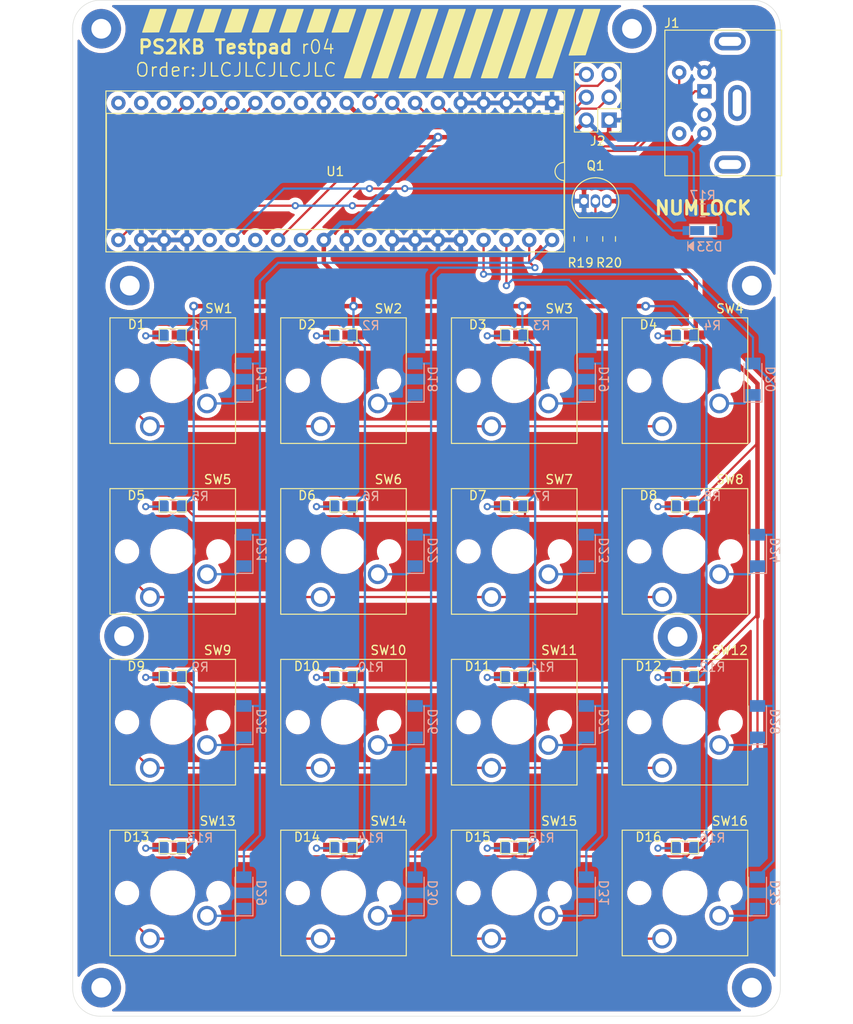
<source format=kicad_pcb>
(kicad_pcb (version 20171130) (host pcbnew "(5.1.5)-3")
  (layers (0 F.Cu signal) (31 B.Cu signal) (34 B.Paste user) (35 F.Paste user) (36 B.SilkS user) (37 F.SilkS user) (38 B.Mask user hide) (39 F.Mask user) (44 Edge.Cuts user))
  (net 0 "")
  (net 1 "Net-(D1-Pad2)")
  (net 2 A)
  (net 3 "Net-(D2-Pad2)")
  (net 4 "Net-(D3-Pad2)")
  (net 5 "Net-(D4-Pad2)")
  (net 6 "Net-(D5-Pad2)")
  (net 7 B)
  (net 8 "Net-(D6-Pad2)")
  (net 9 "Net-(D7-Pad2)")
  (net 10 "Net-(D8-Pad2)")
  (net 11 "Net-(D9-Pad2)")
  (net 12 C)
  (net 13 "Net-(D10-Pad2)")
  (net 14 "Net-(D11-Pad2)")
  (net 15 "Net-(D12-Pad2)")
  (net 16 "Net-(D13-Pad2)")
  (net 17 D)
  (net 18 "Net-(D14-Pad2)")
  (net 19 "Net-(D15-Pad2)")
  (net 20 "Net-(D16-Pad2)")
  (net 21 "Net-(D33-Pad2)")
  (net 22 "Net-(J1-Pad6)")
  (net 23 /Clk)
  (net 24 5v)
  (net 25 Earth)
  (net 26 "Net-(J1-Pad2)")
  (net 27 /Data)
  (net 28 "Net-(Q1-Pad2)")
  (net 29 1)
  (net 30 2)
  (net 31 3)
  (net 32 4)
  (net 33 "Net-(D1-Pad1)")
  (net 34 "Net-(D33-Pad1)")
  (net 35 "Net-(J2-Pad6)")
  (net 36 "Net-(J2-Pad5)")
  (net 37 "Net-(J2-Pad4)")
  (net 38 "Net-(J2-Pad3)")
  (net 39 /Counter2A-PWM)
  (net 40 "Net-(U1-Pad20)")
  (net 41 "Net-(U1-Pad19)")
  (net 42 "Net-(U1-Pad18)")
  (net 43 "Net-(U1-Pad13)")
  (net 44 "Net-(U1-Pad32)")
  (net 45 "Net-(U1-Pad12)")
  (net 46 "Net-(U1-Pad27)")
  (net 47 "Net-(U1-Pad25)")
  (net 48 "Net-(D17-Pad1)")
  (net 49 "Net-(D18-Pad1)")
  (net 50 "Net-(D19-Pad1)")
  (net 51 "Net-(D20-Pad1)")
  (net 52 "Net-(D21-Pad1)")
  (net 53 "Net-(D22-Pad1)")
  (net 54 "Net-(D23-Pad1)")
  (net 55 "Net-(D24-Pad1)")
  (net 56 "Net-(D25-Pad1)")
  (net 57 "Net-(D26-Pad1)")
  (net 58 "Net-(D27-Pad1)")
  (net 59 "Net-(D28-Pad1)")
  (net 60 "Net-(D29-Pad1)")
  (net 61 "Net-(D30-Pad1)")
  (net 62 "Net-(D31-Pad1)")
  (net 63 "Net-(D32-Pad1)")
  (module MyOwnKeyboard:158301250 (layer F.Cu) (at 114 80.42)
    (fp_text reference D1 (at -4.018 -1.172) (layer F.SilkS))
    (fp_text value LED)
    (pad 2 smd rect (at -1.47 0) (size 1.6 1) (layers F.Cu F.Paste F.Mask) (net 1 "Net-(D1-Pad2)"))
    (pad 1 smd rect (at 1.2 0) (size 2.4 1) (drill (offset -0.12 0)) (layers F.Cu F.Paste F.Mask) (net 33 "Net-(D1-Pad1)"))
  )
  (module MyOwnKeyboard:158301250 (layer F.Cu) (at 152 80.42)
    (fp_text reference D3 (at -4.064 -1.143) (layer F.SilkS))
    (fp_text value LED)
    (pad 2 smd rect (at -1.47 0) (size 1.6 1) (layers F.Cu F.Paste F.Mask) (net 4 "Net-(D3-Pad2)"))
    (pad 1 smd rect (at 1.2 0) (size 2.4 1) (drill (offset -0.12 0)) (layers F.Cu F.Paste F.Mask) (net 33 "Net-(D1-Pad1)"))
  )
  (module MyOwnKeyboard:158301250 (layer F.Cu) (at 133 80.42)
    (fp_text reference D2 (at -4.064 -1.143) (layer F.SilkS))
    (fp_text value LED)
    (pad 2 smd rect (at -1.47 0) (size 1.6 1) (layers F.Cu F.Paste F.Mask) (net 3 "Net-(D2-Pad2)"))
    (pad 1 smd rect (at 1.2 0) (size 2.4 1) (drill (offset -0.12 0)) (layers F.Cu F.Paste F.Mask) (net 33 "Net-(D1-Pad1)"))
  )
  (module MyOwnKeyboard:158301250 (layer B.Cu) (at 173.017 68.806 180)
    (fp_text reference D33 (at -0.719 -1.806) (layer B.SilkS) (effects (justify mirror)))
    (fp_text value NUMLOCK (at 0 2.512) (layer F.SilkS) (effects (font (size 1.5 1.5) (thickness 0.33))))
    (pad 2 smd rect (at -1.47 0 180) (size 1.6 1) (layers B.Cu B.Paste B.Mask) (net 21 "Net-(D33-Pad2)"))
    (pad 1 smd rect (at 1.2 0 180) (size 2.4 1) (drill (offset -0.12 0)) (layers B.Cu B.Paste B.Mask) (net 34 "Net-(D33-Pad1)"))
  )
  (module MyOwnKeyboard:158301250 (layer F.Cu) (at 171 137.42)
    (fp_text reference D16 (at -4.064 -1.143) (layer F.SilkS))
    (fp_text value LED)
    (pad 2 smd rect (at -1.47 0) (size 1.6 1) (layers F.Cu F.Paste F.Mask) (net 20 "Net-(D16-Pad2)"))
    (pad 1 smd rect (at 1.2 0) (size 2.4 1) (drill (offset -0.12 0)) (layers F.Cu F.Paste F.Mask) (net 33 "Net-(D1-Pad1)"))
  )
  (module MyOwnKeyboard:158301250 (layer F.Cu) (at 152 137.42)
    (fp_text reference D15 (at -4.064 -1.143) (layer F.SilkS))
    (fp_text value LED)
    (pad 2 smd rect (at -1.47 0) (size 1.6 1) (layers F.Cu F.Paste F.Mask) (net 19 "Net-(D15-Pad2)"))
    (pad 1 smd rect (at 1.2 0) (size 2.4 1) (drill (offset -0.12 0)) (layers F.Cu F.Paste F.Mask) (net 33 "Net-(D1-Pad1)"))
  )
  (module MyOwnKeyboard:158301250 (layer F.Cu) (at 133 137.42)
    (fp_text reference D14 (at -4.064 -1.143) (layer F.SilkS))
    (fp_text value LED)
    (pad 2 smd rect (at -1.47 0) (size 1.6 1) (layers F.Cu F.Paste F.Mask) (net 18 "Net-(D14-Pad2)"))
    (pad 1 smd rect (at 1.2 0) (size 2.4 1) (drill (offset -0.12 0)) (layers F.Cu F.Paste F.Mask) (net 33 "Net-(D1-Pad1)"))
  )
  (module MyOwnKeyboard:158301250 (layer F.Cu) (at 114 137.42)
    (fp_text reference D13 (at -4.064 -1.143) (layer F.SilkS))
    (fp_text value LED)
    (pad 2 smd rect (at -1.47 0) (size 1.6 1) (layers F.Cu F.Paste F.Mask) (net 16 "Net-(D13-Pad2)"))
    (pad 1 smd rect (at 1.2 0) (size 2.4 1) (drill (offset -0.12 0)) (layers F.Cu F.Paste F.Mask) (net 33 "Net-(D1-Pad1)"))
  )
  (module MyOwnKeyboard:158301250 (layer F.Cu) (at 171 118.42)
    (fp_text reference D12 (at -4.064 -1.143) (layer F.SilkS))
    (fp_text value LED)
    (pad 2 smd rect (at -1.47 0) (size 1.6 1) (layers F.Cu F.Paste F.Mask) (net 15 "Net-(D12-Pad2)"))
    (pad 1 smd rect (at 1.2 0) (size 2.4 1) (drill (offset -0.12 0)) (layers F.Cu F.Paste F.Mask) (net 33 "Net-(D1-Pad1)"))
  )
  (module MyOwnKeyboard:158301250 (layer F.Cu) (at 152 118.42)
    (fp_text reference D11 (at -4.064 -1.143) (layer F.SilkS))
    (fp_text value LED)
    (pad 2 smd rect (at -1.47 0) (size 1.6 1) (layers F.Cu F.Paste F.Mask) (net 14 "Net-(D11-Pad2)"))
    (pad 1 smd rect (at 1.2 0) (size 2.4 1) (drill (offset -0.12 0)) (layers F.Cu F.Paste F.Mask) (net 33 "Net-(D1-Pad1)"))
  )
  (module MyOwnKeyboard:158301250 (layer F.Cu) (at 133 118.42)
    (fp_text reference D10 (at -4.064 -1.143) (layer F.SilkS))
    (fp_text value LED)
    (pad 2 smd rect (at -1.47 0) (size 1.6 1) (layers F.Cu F.Paste F.Mask) (net 13 "Net-(D10-Pad2)"))
    (pad 1 smd rect (at 1.2 0) (size 2.4 1) (drill (offset -0.12 0)) (layers F.Cu F.Paste F.Mask) (net 33 "Net-(D1-Pad1)"))
  )
  (module MyOwnKeyboard:158301250 (layer F.Cu) (at 114 118.42)
    (fp_text reference D9 (at -4.064 -1.143) (layer F.SilkS))
    (fp_text value LED)
    (pad 2 smd rect (at -1.47 0) (size 1.6 1) (layers F.Cu F.Paste F.Mask) (net 11 "Net-(D9-Pad2)"))
    (pad 1 smd rect (at 1.2 0) (size 2.4 1) (drill (offset -0.12 0)) (layers F.Cu F.Paste F.Mask) (net 33 "Net-(D1-Pad1)"))
  )
  (module MyOwnKeyboard:158301250 (layer F.Cu) (at 171 99.42)
    (fp_text reference D8 (at -4.064 -1.143) (layer F.SilkS))
    (fp_text value LED)
    (pad 2 smd rect (at -1.47 0) (size 1.6 1) (layers F.Cu F.Paste F.Mask) (net 10 "Net-(D8-Pad2)"))
    (pad 1 smd rect (at 1.2 0) (size 2.4 1) (drill (offset -0.12 0)) (layers F.Cu F.Paste F.Mask) (net 33 "Net-(D1-Pad1)"))
  )
  (module MyOwnKeyboard:158301250 (layer F.Cu) (at 152 99.42)
    (fp_text reference D7 (at -4.064 -1.143) (layer F.SilkS))
    (fp_text value LED)
    (pad 2 smd rect (at -1.47 0) (size 1.6 1) (layers F.Cu F.Paste F.Mask) (net 9 "Net-(D7-Pad2)"))
    (pad 1 smd rect (at 1.2 0) (size 2.4 1) (drill (offset -0.12 0)) (layers F.Cu F.Paste F.Mask) (net 33 "Net-(D1-Pad1)"))
  )
  (module MyOwnKeyboard:158301250 (layer F.Cu) (at 133 99.42)
    (fp_text reference D6 (at -4.064 -1.143) (layer F.SilkS))
    (fp_text value LED)
    (pad 2 smd rect (at -1.47 0) (size 1.6 1) (layers F.Cu F.Paste F.Mask) (net 8 "Net-(D6-Pad2)"))
    (pad 1 smd rect (at 1.2 0) (size 2.4 1) (drill (offset -0.12 0)) (layers F.Cu F.Paste F.Mask) (net 33 "Net-(D1-Pad1)"))
  )
  (module MyOwnKeyboard:158301250 (layer F.Cu) (at 114 99.42)
    (fp_text reference D5 (at -4.064 -1.143) (layer F.SilkS))
    (fp_text value LED)
    (pad 2 smd rect (at -1.47 0) (size 1.6 1) (layers F.Cu F.Paste F.Mask) (net 6 "Net-(D5-Pad2)"))
    (pad 1 smd rect (at 1.2 0) (size 2.4 1) (drill (offset -0.12 0)) (layers F.Cu F.Paste F.Mask) (net 33 "Net-(D1-Pad1)"))
  )
  (module MyOwnKeyboard:158301250 (layer F.Cu) (at 171 80.42)
    (fp_text reference D4 (at -4.064 -1.143) (layer F.SilkS))
    (fp_text value LED)
    (pad 2 smd rect (at -1.47 0) (size 1.6 1) (layers F.Cu F.Paste F.Mask) (net 5 "Net-(D4-Pad2)"))
    (pad 1 smd rect (at 1.2 0) (size 2.4 1) (drill (offset -0.12 0)) (layers F.Cu F.Paste F.Mask) (net 33 "Net-(D1-Pad1)"))
  )
  (module MyOwnKeyboard:Connector_Mini-DIN_Female_6Pin_2rows (layer F.Cu) (at 175.26 54.61 90)
    (fp_text reference J1 (at 8.89 -5.715 180) (layer F.SilkS))
    (fp_text value Mini-DIN-6)
    (pad 7 thru_hole oval (at 0 1.55 90) (size 4 2) (drill oval 3 1) (layers *.Cu *.Mask))
    (pad 6 thru_hole circle (at -3.4 -4.9 90) (size 1.6 1.6) (drill 0.8) (layers *.Cu *.Mask) (net 22 "Net-(J1-Pad6)"))
    (pad 5 thru_hole circle (at 3.4 -4.9 90) (size 1.6 1.6) (drill 0.8) (layers *.Cu *.Mask) (net 23 /Clk))
    (pad 4 thru_hole circle (at -3.4 -2.1 90) (size 1.6 1.6) (drill 0.8) (layers *.Cu *.Mask) (net 24 5v))
    (pad 3 thru_hole circle (at 3.4 -2.1 90) (size 1.6 1.6) (drill 0.8) (layers *.Cu *.Mask) (net 25 Earth))
    (pad 2 thru_hole circle (at -1.3 -2.1 90) (size 1.6 1.6) (drill 0.8) (layers *.Cu *.Mask) (net 26 "Net-(J1-Pad2)"))
    (pad 1 thru_hole rect (at 1.3 -2.1 90) (size 1.6 1.6) (drill 0.8) (layers *.Cu *.Mask) (net 27 /Data))
    (pad 7 thru_hole oval (at 6.85 0.75 90) (size 2 3.5) (drill oval 1 2.5) (layers *.Cu *.Mask))
    (pad 7 thru_hole oval (at -6.85 0.75 90) (size 2 3.5) (drill oval 1 2.5) (layers *.Cu *.Mask))
  )
  (module MyOwnKeyboard:SW_Cherry_MX_1.00u_PCB (layer F.Cu) (at 171 85.5 180)
    (fp_text reference SW4 (at -5 8) (layer F.SilkS))
    (fp_text value SW_SPST)
    (pad 1 thru_hole circle (at 2.54 -5.08 180) (size 2.2 2.2) (drill 1.5) (layers *.Cu *.Mask) (net 29 1))
    (pad 2 thru_hole circle (at -3.81 -2.54 180) (size 2.2 2.2) (drill 1.5) (layers *.Cu *.Mask) (net 51 "Net-(D20-Pad1)"))
    (pad "" np_thru_hole circle (at 0 0 180) (size 4 4) (drill 4) (layers *.Cu *.Mask))
    (pad "" np_thru_hole circle (at -5.08 0 180) (size 1.7 1.7) (drill 1.7) (layers *.Cu *.Mask))
    (pad "" np_thru_hole circle (at 5.08 0 180) (size 1.7 1.7) (drill 1.7) (layers *.Cu *.Mask))
  )
  (module MyOwnKeyboard:SW_Cherry_MX_1.00u_PCB (layer F.Cu) (at 114 85.5 180)
    (fp_text reference SW1 (at -5.126 8.03) (layer F.SilkS))
    (fp_text value SW_SPST)
    (pad 1 thru_hole circle (at 2.54 -5.08 180) (size 2.2 2.2) (drill 1.5) (layers *.Cu *.Mask) (net 29 1))
    (pad 2 thru_hole circle (at -3.81 -2.54 180) (size 2.2 2.2) (drill 1.5) (layers *.Cu *.Mask) (net 48 "Net-(D17-Pad1)"))
    (pad "" np_thru_hole circle (at 0 0 180) (size 4 4) (drill 4) (layers *.Cu *.Mask))
    (pad "" np_thru_hole circle (at -5.08 0 180) (size 1.7 1.7) (drill 1.7) (layers *.Cu *.Mask))
    (pad "" np_thru_hole circle (at 5.08 0 180) (size 1.7 1.7) (drill 1.7) (layers *.Cu *.Mask))
  )
  (module MyOwnKeyboard:SW_Cherry_MX_1.00u_PCB (layer F.Cu) (at 133 104.5 180)
    (fp_text reference SW6 (at -5 8) (layer F.SilkS))
    (fp_text value SW_SPST)
    (pad 1 thru_hole circle (at 2.54 -5.08 180) (size 2.2 2.2) (drill 1.5) (layers *.Cu *.Mask) (net 30 2))
    (pad 2 thru_hole circle (at -3.81 -2.54 180) (size 2.2 2.2) (drill 1.5) (layers *.Cu *.Mask) (net 53 "Net-(D22-Pad1)"))
    (pad "" np_thru_hole circle (at 0 0 180) (size 4 4) (drill 4) (layers *.Cu *.Mask))
    (pad "" np_thru_hole circle (at -5.08 0 180) (size 1.7 1.7) (drill 1.7) (layers *.Cu *.Mask))
    (pad "" np_thru_hole circle (at 5.08 0 180) (size 1.7 1.7) (drill 1.7) (layers *.Cu *.Mask))
  )
  (module MyOwnKeyboard:SW_Cherry_MX_1.00u_PCB (layer F.Cu) (at 152 85.5 180)
    (fp_text reference SW3 (at -5 8) (layer F.SilkS))
    (fp_text value SW_SPST)
    (pad 1 thru_hole circle (at 2.54 -5.08 180) (size 2.2 2.2) (drill 1.5) (layers *.Cu *.Mask) (net 29 1))
    (pad 2 thru_hole circle (at -3.81 -2.54 180) (size 2.2 2.2) (drill 1.5) (layers *.Cu *.Mask) (net 50 "Net-(D19-Pad1)"))
    (pad "" np_thru_hole circle (at 0 0 180) (size 4 4) (drill 4) (layers *.Cu *.Mask))
    (pad "" np_thru_hole circle (at -5.08 0 180) (size 1.7 1.7) (drill 1.7) (layers *.Cu *.Mask))
    (pad "" np_thru_hole circle (at 5.08 0 180) (size 1.7 1.7) (drill 1.7) (layers *.Cu *.Mask))
  )
  (module MyOwnKeyboard:SW_Cherry_MX_1.00u_PCB (layer F.Cu) (at 114 104.5 180)
    (fp_text reference SW5 (at -5 8) (layer F.SilkS))
    (fp_text value SW_SPST)
    (pad 1 thru_hole circle (at 2.54 -5.08 180) (size 2.2 2.2) (drill 1.5) (layers *.Cu *.Mask) (net 30 2))
    (pad 2 thru_hole circle (at -3.81 -2.54 180) (size 2.2 2.2) (drill 1.5) (layers *.Cu *.Mask) (net 52 "Net-(D21-Pad1)"))
    (pad "" np_thru_hole circle (at 0 0 180) (size 4 4) (drill 4) (layers *.Cu *.Mask))
    (pad "" np_thru_hole circle (at -5.08 0 180) (size 1.7 1.7) (drill 1.7) (layers *.Cu *.Mask))
    (pad "" np_thru_hole circle (at 5.08 0 180) (size 1.7 1.7) (drill 1.7) (layers *.Cu *.Mask))
  )
  (module MyOwnKeyboard:SW_Cherry_MX_1.00u_PCB (layer F.Cu) (at 114 123.5 180)
    (fp_text reference SW9 (at -5 8) (layer F.SilkS))
    (fp_text value SW_SPST)
    (pad 1 thru_hole circle (at 2.54 -5.08 180) (size 2.2 2.2) (drill 1.5) (layers *.Cu *.Mask) (net 31 3))
    (pad 2 thru_hole circle (at -3.81 -2.54 180) (size 2.2 2.2) (drill 1.5) (layers *.Cu *.Mask) (net 56 "Net-(D25-Pad1)"))
    (pad "" np_thru_hole circle (at 0 0 180) (size 4 4) (drill 4) (layers *.Cu *.Mask))
    (pad "" np_thru_hole circle (at -5.08 0 180) (size 1.7 1.7) (drill 1.7) (layers *.Cu *.Mask))
    (pad "" np_thru_hole circle (at 5.08 0 180) (size 1.7 1.7) (drill 1.7) (layers *.Cu *.Mask))
  )
  (module MyOwnKeyboard:SW_Cherry_MX_1.00u_PCB (layer F.Cu) (at 114 142.5 180)
    (fp_text reference SW13 (at -5 8) (layer F.SilkS))
    (fp_text value SW_SPST)
    (pad 1 thru_hole circle (at 2.54 -5.08 180) (size 2.2 2.2) (drill 1.5) (layers *.Cu *.Mask) (net 32 4))
    (pad 2 thru_hole circle (at -3.81 -2.54 180) (size 2.2 2.2) (drill 1.5) (layers *.Cu *.Mask) (net 60 "Net-(D29-Pad1)"))
    (pad "" np_thru_hole circle (at 0 0 180) (size 4 4) (drill 4) (layers *.Cu *.Mask))
    (pad "" np_thru_hole circle (at -5.08 0 180) (size 1.7 1.7) (drill 1.7) (layers *.Cu *.Mask))
    (pad "" np_thru_hole circle (at 5.08 0 180) (size 1.7 1.7) (drill 1.7) (layers *.Cu *.Mask))
  )
  (module MyOwnKeyboard:SW_Cherry_MX_1.00u_PCB (layer F.Cu) (at 133 85.5 180)
    (fp_text reference SW2 (at -5 8) (layer F.SilkS))
    (fp_text value SW_SPST)
    (pad 1 thru_hole circle (at 2.54 -5.08 180) (size 2.2 2.2) (drill 1.5) (layers *.Cu *.Mask) (net 29 1))
    (pad 2 thru_hole circle (at -3.81 -2.54 180) (size 2.2 2.2) (drill 1.5) (layers *.Cu *.Mask) (net 49 "Net-(D18-Pad1)"))
    (pad "" np_thru_hole circle (at 0 0 180) (size 4 4) (drill 4) (layers *.Cu *.Mask))
    (pad "" np_thru_hole circle (at -5.08 0 180) (size 1.7 1.7) (drill 1.7) (layers *.Cu *.Mask))
    (pad "" np_thru_hole circle (at 5.08 0 180) (size 1.7 1.7) (drill 1.7) (layers *.Cu *.Mask))
  )
  (module MyOwnKeyboard:SW_Cherry_MX_1.00u_PCB (layer F.Cu) (at 133 123.5 180)
    (fp_text reference SW10 (at -5 8) (layer F.SilkS))
    (fp_text value SW_SPST)
    (pad 1 thru_hole circle (at 2.54 -5.08 180) (size 2.2 2.2) (drill 1.5) (layers *.Cu *.Mask) (net 31 3))
    (pad 2 thru_hole circle (at -3.81 -2.54 180) (size 2.2 2.2) (drill 1.5) (layers *.Cu *.Mask) (net 57 "Net-(D26-Pad1)"))
    (pad "" np_thru_hole circle (at 0 0 180) (size 4 4) (drill 4) (layers *.Cu *.Mask))
    (pad "" np_thru_hole circle (at -5.08 0 180) (size 1.7 1.7) (drill 1.7) (layers *.Cu *.Mask))
    (pad "" np_thru_hole circle (at 5.08 0 180) (size 1.7 1.7) (drill 1.7) (layers *.Cu *.Mask))
  )
  (module MyOwnKeyboard:SW_Cherry_MX_1.00u_PCB (layer F.Cu) (at 133 142.5 180)
    (fp_text reference SW14 (at -5 8) (layer F.SilkS))
    (fp_text value SW_SPST)
    (pad 1 thru_hole circle (at 2.54 -5.08 180) (size 2.2 2.2) (drill 1.5) (layers *.Cu *.Mask) (net 32 4))
    (pad 2 thru_hole circle (at -3.81 -2.54 180) (size 2.2 2.2) (drill 1.5) (layers *.Cu *.Mask) (net 61 "Net-(D30-Pad1)"))
    (pad "" np_thru_hole circle (at 0 0 180) (size 4 4) (drill 4) (layers *.Cu *.Mask))
    (pad "" np_thru_hole circle (at -5.08 0 180) (size 1.7 1.7) (drill 1.7) (layers *.Cu *.Mask))
    (pad "" np_thru_hole circle (at 5.08 0 180) (size 1.7 1.7) (drill 1.7) (layers *.Cu *.Mask))
  )
  (module MyOwnKeyboard:SW_Cherry_MX_1.00u_PCB (layer F.Cu) (at 152 104.5 180)
    (fp_text reference SW7 (at -5 8) (layer F.SilkS))
    (fp_text value SW_SPST)
    (pad 1 thru_hole circle (at 2.54 -5.08 180) (size 2.2 2.2) (drill 1.5) (layers *.Cu *.Mask) (net 30 2))
    (pad 2 thru_hole circle (at -3.81 -2.54 180) (size 2.2 2.2) (drill 1.5) (layers *.Cu *.Mask) (net 54 "Net-(D23-Pad1)"))
    (pad "" np_thru_hole circle (at 0 0 180) (size 4 4) (drill 4) (layers *.Cu *.Mask))
    (pad "" np_thru_hole circle (at -5.08 0 180) (size 1.7 1.7) (drill 1.7) (layers *.Cu *.Mask))
    (pad "" np_thru_hole circle (at 5.08 0 180) (size 1.7 1.7) (drill 1.7) (layers *.Cu *.Mask))
  )
  (module MyOwnKeyboard:SW_Cherry_MX_1.00u_PCB (layer F.Cu) (at 152 123.5 180)
    (fp_text reference SW11 (at -5 8) (layer F.SilkS))
    (fp_text value SW_SPST)
    (pad 1 thru_hole circle (at 2.54 -5.08 180) (size 2.2 2.2) (drill 1.5) (layers *.Cu *.Mask) (net 31 3))
    (pad 2 thru_hole circle (at -3.81 -2.54 180) (size 2.2 2.2) (drill 1.5) (layers *.Cu *.Mask) (net 58 "Net-(D27-Pad1)"))
    (pad "" np_thru_hole circle (at 0 0 180) (size 4 4) (drill 4) (layers *.Cu *.Mask))
    (pad "" np_thru_hole circle (at -5.08 0 180) (size 1.7 1.7) (drill 1.7) (layers *.Cu *.Mask))
    (pad "" np_thru_hole circle (at 5.08 0 180) (size 1.7 1.7) (drill 1.7) (layers *.Cu *.Mask))
  )
  (module MyOwnKeyboard:SW_Cherry_MX_1.00u_PCB (layer F.Cu) (at 152 142.5 180)
    (fp_text reference SW15 (at -5 8) (layer F.SilkS))
    (fp_text value SW_SPST)
    (pad 1 thru_hole circle (at 2.54 -5.08 180) (size 2.2 2.2) (drill 1.5) (layers *.Cu *.Mask) (net 32 4))
    (pad 2 thru_hole circle (at -3.81 -2.54 180) (size 2.2 2.2) (drill 1.5) (layers *.Cu *.Mask) (net 62 "Net-(D31-Pad1)"))
    (pad "" np_thru_hole circle (at 0 0 180) (size 4 4) (drill 4) (layers *.Cu *.Mask))
    (pad "" np_thru_hole circle (at -5.08 0 180) (size 1.7 1.7) (drill 1.7) (layers *.Cu *.Mask))
    (pad "" np_thru_hole circle (at 5.08 0 180) (size 1.7 1.7) (drill 1.7) (layers *.Cu *.Mask))
  )
  (module MyOwnKeyboard:SW_Cherry_MX_1.00u_PCB (layer F.Cu) (at 171 104.5 180)
    (fp_text reference SW8 (at -5 8) (layer F.SilkS))
    (fp_text value SW_SPST)
    (pad 1 thru_hole circle (at 2.54 -5.08 180) (size 2.2 2.2) (drill 1.5) (layers *.Cu *.Mask) (net 30 2))
    (pad 2 thru_hole circle (at -3.81 -2.54 180) (size 2.2 2.2) (drill 1.5) (layers *.Cu *.Mask) (net 55 "Net-(D24-Pad1)"))
    (pad "" np_thru_hole circle (at 0 0 180) (size 4 4) (drill 4) (layers *.Cu *.Mask))
    (pad "" np_thru_hole circle (at -5.08 0 180) (size 1.7 1.7) (drill 1.7) (layers *.Cu *.Mask))
    (pad "" np_thru_hole circle (at 5.08 0 180) (size 1.7 1.7) (drill 1.7) (layers *.Cu *.Mask))
  )
  (module MyOwnKeyboard:SW_Cherry_MX_1.00u_PCB (layer F.Cu) (at 171 123.5 180)
    (fp_text reference SW12 (at -5 8) (layer F.SilkS))
    (fp_text value SW_SPST)
    (pad 1 thru_hole circle (at 2.54 -5.08 180) (size 2.2 2.2) (drill 1.5) (layers *.Cu *.Mask) (net 31 3))
    (pad 2 thru_hole circle (at -3.81 -2.54 180) (size 2.2 2.2) (drill 1.5) (layers *.Cu *.Mask) (net 59 "Net-(D28-Pad1)"))
    (pad "" np_thru_hole circle (at 0 0 180) (size 4 4) (drill 4) (layers *.Cu *.Mask))
    (pad "" np_thru_hole circle (at -5.08 0 180) (size 1.7 1.7) (drill 1.7) (layers *.Cu *.Mask))
    (pad "" np_thru_hole circle (at 5.08 0 180) (size 1.7 1.7) (drill 1.7) (layers *.Cu *.Mask))
  )
  (module MyOwnKeyboard:SW_Cherry_MX_1.00u_PCB (layer F.Cu) (at 171 142.5 180)
    (fp_text reference SW16 (at -5 8) (layer F.SilkS))
    (fp_text value SW_SPST)
    (pad 1 thru_hole circle (at 2.54 -5.08 180) (size 2.2 2.2) (drill 1.5) (layers *.Cu *.Mask) (net 32 4))
    (pad 2 thru_hole circle (at -3.81 -2.54 180) (size 2.2 2.2) (drill 1.5) (layers *.Cu *.Mask) (net 63 "Net-(D32-Pad1)"))
    (pad "" np_thru_hole circle (at 0 0 180) (size 4 4) (drill 4) (layers *.Cu *.Mask))
    (pad "" np_thru_hole circle (at -5.08 0 180) (size 1.7 1.7) (drill 1.7) (layers *.Cu *.Mask))
    (pad "" np_thru_hole circle (at 5.08 0 180) (size 1.7 1.7) (drill 1.7) (layers *.Cu *.Mask))
  )
  (module Diode_SMD:D_MiniMELF (layer B.Cu) (at 121.92 142.494 90)
    (fp_text reference D29 (at 0 2 90) (layer B.SilkS) (effects (justify mirror)))
    (fp_text value 1N4148)
    (pad 2 smd rect (at 1.75 0 90) (size 1.3 1.7) (layers B.Cu B.Paste B.Mask) (net 2 A))
    (pad 1 smd rect (at -1.75 0 90) (size 1.3 1.7) (layers B.Cu B.Paste B.Mask) (net 60 "Net-(D29-Pad1)"))
  )
  (module Diode_SMD:D_MiniMELF (layer B.Cu) (at 121.92 123.444 90)
    (fp_text reference D25 (at 0 2 90) (layer B.SilkS) (effects (justify mirror)))
    (fp_text value 1N4148)
    (pad 2 smd rect (at 1.75 0 90) (size 1.3 1.7) (layers B.Cu B.Paste B.Mask) (net 2 A))
    (pad 1 smd rect (at -1.75 0 90) (size 1.3 1.7) (layers B.Cu B.Paste B.Mask) (net 56 "Net-(D25-Pad1)"))
  )
  (module Diode_SMD:D_MiniMELF (layer B.Cu) (at 121.92 104.394 90)
    (fp_text reference D21 (at 0 2 90) (layer B.SilkS) (effects (justify mirror)))
    (fp_text value 1N4148)
    (pad 2 smd rect (at 1.75 0 90) (size 1.3 1.7) (layers B.Cu B.Paste B.Mask) (net 2 A))
    (pad 1 smd rect (at -1.75 0 90) (size 1.3 1.7) (layers B.Cu B.Paste B.Mask) (net 52 "Net-(D21-Pad1)"))
  )
  (module Diode_SMD:D_MiniMELF (layer B.Cu) (at 179.07 142.494 90)
    (fp_text reference D32 (at 0 2 90) (layer B.SilkS) (effects (justify mirror)))
    (fp_text value 1N4148)
    (pad 2 smd rect (at 1.75 0 90) (size 1.3 1.7) (layers B.Cu B.Paste B.Mask) (net 17 D))
    (pad 1 smd rect (at -1.75 0 90) (size 1.3 1.7) (layers B.Cu B.Paste B.Mask) (net 63 "Net-(D32-Pad1)"))
  )
  (module Diode_SMD:D_MiniMELF (layer B.Cu) (at 160.02 142.494 90)
    (fp_text reference D31 (at 0 2 90) (layer B.SilkS) (effects (justify mirror)))
    (fp_text value 1N4148)
    (pad 2 smd rect (at 1.75 0 90) (size 1.3 1.7) (layers B.Cu B.Paste B.Mask) (net 12 C))
    (pad 1 smd rect (at -1.75 0 90) (size 1.3 1.7) (layers B.Cu B.Paste B.Mask) (net 62 "Net-(D31-Pad1)"))
  )
  (module Diode_SMD:D_MiniMELF (layer B.Cu) (at 140.97 142.494 90)
    (fp_text reference D30 (at 0 2 90) (layer B.SilkS) (effects (justify mirror)))
    (fp_text value 1N4148)
    (pad 2 smd rect (at 1.75 0 90) (size 1.3 1.7) (layers B.Cu B.Paste B.Mask) (net 7 B))
    (pad 1 smd rect (at -1.75 0 90) (size 1.3 1.7) (layers B.Cu B.Paste B.Mask) (net 61 "Net-(D30-Pad1)"))
  )
  (module Diode_SMD:D_MiniMELF (layer B.Cu) (at 179.07 123.444 90)
    (fp_text reference D28 (at 0 2 90) (layer B.SilkS) (effects (justify mirror)))
    (fp_text value 1N4148)
    (pad 2 smd rect (at 1.75 0 90) (size 1.3 1.7) (layers B.Cu B.Paste B.Mask) (net 17 D))
    (pad 1 smd rect (at -1.75 0 90) (size 1.3 1.7) (layers B.Cu B.Paste B.Mask) (net 59 "Net-(D28-Pad1)"))
  )
  (module Diode_SMD:D_MiniMELF (layer B.Cu) (at 160.02 123.444 90)
    (fp_text reference D27 (at 0 2 90) (layer B.SilkS) (effects (justify mirror)))
    (fp_text value 1N4148)
    (pad 2 smd rect (at 1.75 0 90) (size 1.3 1.7) (layers B.Cu B.Paste B.Mask) (net 12 C))
    (pad 1 smd rect (at -1.75 0 90) (size 1.3 1.7) (layers B.Cu B.Paste B.Mask) (net 58 "Net-(D27-Pad1)"))
  )
  (module Diode_SMD:D_MiniMELF (layer B.Cu) (at 140.97 123.444 90)
    (fp_text reference D26 (at 0 2 90) (layer B.SilkS) (effects (justify mirror)))
    (fp_text value 1N4148)
    (pad 2 smd rect (at 1.75 0 90) (size 1.3 1.7) (layers B.Cu B.Paste B.Mask) (net 7 B))
    (pad 1 smd rect (at -1.75 0 90) (size 1.3 1.7) (layers B.Cu B.Paste B.Mask) (net 57 "Net-(D26-Pad1)"))
  )
  (module Diode_SMD:D_MiniMELF (layer B.Cu) (at 179.07 104.394 90)
    (fp_text reference D24 (at 0 2 90) (layer B.SilkS) (effects (justify mirror)))
    (fp_text value 1N4148)
    (pad 2 smd rect (at 1.75 0 90) (size 1.3 1.7) (layers B.Cu B.Paste B.Mask) (net 17 D))
    (pad 1 smd rect (at -1.75 0 90) (size 1.3 1.7) (layers B.Cu B.Paste B.Mask) (net 55 "Net-(D24-Pad1)"))
  )
  (module Diode_SMD:D_MiniMELF (layer B.Cu) (at 160.02 104.394 90)
    (fp_text reference D23 (at 0 2 90) (layer B.SilkS) (effects (justify mirror)))
    (fp_text value 1N4148)
    (pad 2 smd rect (at 1.75 0 90) (size 1.3 1.7) (layers B.Cu B.Paste B.Mask) (net 12 C))
    (pad 1 smd rect (at -1.75 0 90) (size 1.3 1.7) (layers B.Cu B.Paste B.Mask) (net 54 "Net-(D23-Pad1)"))
  )
  (module Diode_SMD:D_MiniMELF (layer B.Cu) (at 140.97 104.394 90)
    (fp_text reference D22 (at 0 2 90) (layer B.SilkS) (effects (justify mirror)))
    (fp_text value 1N4148)
    (pad 2 smd rect (at 1.75 0 90) (size 1.3 1.7) (layers B.Cu B.Paste B.Mask) (net 7 B))
    (pad 1 smd rect (at -1.75 0 90) (size 1.3 1.7) (layers B.Cu B.Paste B.Mask) (net 53 "Net-(D22-Pad1)"))
  )
  (module Diode_SMD:D_MiniMELF (layer B.Cu) (at 178.562 85.344 90)
    (fp_text reference D20 (at 0 2 90) (layer B.SilkS) (effects (justify mirror)))
    (fp_text value 1N4148)
    (pad 2 smd rect (at 1.75 0 90) (size 1.3 1.7) (layers B.Cu B.Paste B.Mask) (net 17 D))
    (pad 1 smd rect (at -1.75 0 90) (size 1.3 1.7) (layers B.Cu B.Paste B.Mask) (net 51 "Net-(D20-Pad1)"))
  )
  (module Diode_SMD:D_MiniMELF (layer B.Cu) (at 160.02 85.344 90)
    (fp_text reference D19 (at 0 2 90) (layer B.SilkS) (effects (justify mirror)))
    (fp_text value 1N4148)
    (pad 2 smd rect (at 1.75 0 90) (size 1.3 1.7) (layers B.Cu B.Paste B.Mask) (net 12 C))
    (pad 1 smd rect (at -1.75 0 90) (size 1.3 1.7) (layers B.Cu B.Paste B.Mask) (net 50 "Net-(D19-Pad1)"))
  )
  (module Diode_SMD:D_MiniMELF (layer B.Cu) (at 140.97 85.344 90)
    (fp_text reference D18 (at 0 2 90) (layer B.SilkS) (effects (justify mirror)))
    (fp_text value 1N4148)
    (pad 2 smd rect (at 1.75 0 90) (size 1.3 1.7) (layers B.Cu B.Paste B.Mask) (net 7 B))
    (pad 1 smd rect (at -1.75 0 90) (size 1.3 1.7) (layers B.Cu B.Paste B.Mask) (net 49 "Net-(D18-Pad1)"))
  )
  (module Diode_SMD:D_MiniMELF (layer B.Cu) (at 121.92 85.344 90)
    (fp_text reference D17 (at 0 2 90) (layer B.SilkS) (effects (justify mirror)))
    (fp_text value 1N4148)
    (pad 2 smd rect (at 1.75 0 90) (size 1.3 1.7) (layers B.Cu B.Paste B.Mask) (net 2 A))
    (pad 1 smd rect (at -1.75 0 90) (size 1.3 1.7) (layers B.Cu B.Paste B.Mask) (net 48 "Net-(D17-Pad1)"))
  )
  (module Connector_PinHeader_2.54mm:PinHeader_2x03_P2.54mm_Vertical (layer F.Cu) (at 162.56 56.515 180)
    (fp_text reference J2 (at 1.27 -2.33) (layer F.SilkS))
    (fp_text value "ISP Header")
    (pad 1 thru_hole rect (at 0 0 180) (size 1.7 1.7) (drill 1) (layers *.Cu *.Mask) (net 25 Earth))
    (pad 2 thru_hole oval (at 2.54 0 180) (size 1.7 1.7) (drill 1) (layers *.Cu *.Mask) (net 24 5v))
    (pad 3 thru_hole oval (at 0 2.54 180) (size 1.7 1.7) (drill 1) (layers *.Cu *.Mask) (net 38 "Net-(J2-Pad3)"))
    (pad 4 thru_hole oval (at 2.54 2.54 180) (size 1.7 1.7) (drill 1) (layers *.Cu *.Mask) (net 37 "Net-(J2-Pad4)"))
    (pad 5 thru_hole oval (at 0 5.08 180) (size 1.7 1.7) (drill 1) (layers *.Cu *.Mask) (net 36 "Net-(J2-Pad5)"))
    (pad 6 thru_hole oval (at 2.54 5.08 180) (size 1.7 1.7) (drill 1) (layers *.Cu *.Mask) (net 35 "Net-(J2-Pad6)"))
  )
  (module MountingHole:MountingHole_2.2mm_M2_Pad (layer F.Cu) (at 108.585 113.93)
    (fp_text reference REF**)
    (fp_text value MountingHole_2.2mm_M2_Pad)
    (pad 1 thru_hole circle (at 0 0) (size 4.4 4.4) (drill 2.2) (layers *.Cu *.Mask))
  )
  (module MountingHole:MountingHole_2.2mm_M2_Pad (layer F.Cu) (at 170.18 114)
    (fp_text reference REF**)
    (fp_text value MountingHole_2.2mm_M2_Pad)
    (pad 1 thru_hole circle (at 0 0) (size 4.4 4.4) (drill 2.2) (layers *.Cu *.Mask))
  )
  (module MountingHole:MountingHole_2.2mm_M2_Pad (layer F.Cu) (at 106.045 153.035)
    (fp_text reference REF**)
    (fp_text value MountingHole_2.2mm_M2_Pad)
    (pad 1 thru_hole circle (at 0 0) (size 4.4 4.4) (drill 2.2) (layers *.Cu *.Mask))
  )
  (module MountingHole:MountingHole_2.2mm_M2_Pad (layer F.Cu) (at 178.435 153.035)
    (fp_text reference REF**)
    (fp_text value MountingHole_2.2mm_M2_Pad)
    (pad 1 thru_hole circle (at 0 0) (size 4.4 4.4) (drill 2.2) (layers *.Cu *.Mask))
  )
  (module MountingHole:MountingHole_2.2mm_M2_Pad (layer F.Cu) (at 178.435 74.93)
    (fp_text reference REF**)
    (fp_text value MountingHole_2.2mm_M2_Pad)
    (pad 1 thru_hole circle (at 0 0) (size 4.4 4.4) (drill 2.2) (layers *.Cu *.Mask))
  )
  (module MountingHole:MountingHole_2.2mm_M2_Pad (layer F.Cu) (at 109.22 74.93)
    (fp_text reference REF**)
    (fp_text value MountingHole_2.2mm_M2_Pad)
    (pad 1 thru_hole circle (at 0 0) (size 4.4 4.4) (drill 2.2) (layers *.Cu *.Mask))
  )
  (module MountingHole:MountingHole_2.2mm_M2_Pad (layer F.Cu) (at 165.1 46.355)
    (fp_text reference REF**)
    (fp_text value MountingHole_2.2mm_M2_Pad)
    (pad 1 thru_hole circle (at 0 0) (size 4.4 4.4) (drill 2.2) (layers *.Cu *.Mask))
  )
  (module MountingHole:MountingHole_2.2mm_M2_Pad (layer F.Cu) (at 106.045 46.355)
    (fp_text reference REF**)
    (fp_text value MountingHole_2.2mm_M2_Pad)
    (pad 1 thru_hole circle (at 0 0) (size 4.4 4.4) (drill 2.2) (layers *.Cu *.Mask))
  )
  (module Package_DIP:DIP-40_W15.24mm_Socket (layer F.Cu) (at 156.21 54.61 270)
    (fp_text reference U1 (at 7.62 24.13 180) (layer F.SilkS))
    (fp_text value ATmega8535-16PU)
    (pad 1 thru_hole rect (at 0 0 270) (size 1.6 1.6) (drill 0.8) (layers *.Cu *.Mask) (net 25 Earth))
    (pad 21 thru_hole oval (at 15.24 48.26 270) (size 1.6 1.6) (drill 0.8) (layers *.Cu *.Mask) (net 39 /Counter2A-PWM))
    (pad 2 thru_hole oval (at 0 2.54 270) (size 1.6 1.6) (drill 0.8) (layers *.Cu *.Mask) (net 25 Earth))
    (pad 22 thru_hole oval (at 15.24 45.72 270) (size 1.6 1.6) (drill 0.8) (layers *.Cu *.Mask) (net 25 Earth))
    (pad 3 thru_hole oval (at 0 5.08 270) (size 1.6 1.6) (drill 0.8) (layers *.Cu *.Mask) (net 25 Earth))
    (pad 23 thru_hole oval (at 15.24 43.18 270) (size 1.6 1.6) (drill 0.8) (layers *.Cu *.Mask) (net 25 Earth))
    (pad 4 thru_hole oval (at 0 7.62 270) (size 1.6 1.6) (drill 0.8) (layers *.Cu *.Mask) (net 25 Earth))
    (pad 24 thru_hole oval (at 15.24 40.64 270) (size 1.6 1.6) (drill 0.8) (layers *.Cu *.Mask) (net 25 Earth))
    (pad 5 thru_hole oval (at 0 10.16 270) (size 1.6 1.6) (drill 0.8) (layers *.Cu *.Mask) (net 25 Earth))
    (pad 25 thru_hole oval (at 15.24 38.1 270) (size 1.6 1.6) (drill 0.8) (layers *.Cu *.Mask) (net 47 "Net-(U1-Pad25)"))
    (pad 6 thru_hole oval (at 0 12.7 270) (size 1.6 1.6) (drill 0.8) (layers *.Cu *.Mask) (net 36 "Net-(J2-Pad5)"))
    (pad 26 thru_hole oval (at 15.24 35.56 270) (size 1.6 1.6) (drill 0.8) (layers *.Cu *.Mask) (net 34 "Net-(D33-Pad1)"))
    (pad 7 thru_hole oval (at 0 15.24 270) (size 1.6 1.6) (drill 0.8) (layers *.Cu *.Mask) (net 37 "Net-(J2-Pad4)"))
    (pad 27 thru_hole oval (at 15.24 33.02 270) (size 1.6 1.6) (drill 0.8) (layers *.Cu *.Mask) (net 46 "Net-(U1-Pad27)"))
    (pad 8 thru_hole oval (at 0 17.78 270) (size 1.6 1.6) (drill 0.8) (layers *.Cu *.Mask) (net 38 "Net-(J2-Pad3)"))
    (pad 28 thru_hole oval (at 15.24 30.48 270) (size 1.6 1.6) (drill 0.8) (layers *.Cu *.Mask) (net 23 /Clk))
    (pad 9 thru_hole oval (at 0 20.32 270) (size 1.6 1.6) (drill 0.8) (layers *.Cu *.Mask) (net 35 "Net-(J2-Pad6)"))
    (pad 29 thru_hole oval (at 15.24 27.94 270) (size 1.6 1.6) (drill 0.8) (layers *.Cu *.Mask) (net 27 /Data))
    (pad 10 thru_hole oval (at 0 22.86 270) (size 1.6 1.6) (drill 0.8) (layers *.Cu *.Mask) (net 24 5v))
    (pad 30 thru_hole oval (at 15.24 25.4 270) (size 1.6 1.6) (drill 0.8) (layers *.Cu *.Mask) (net 24 5v))
    (pad 11 thru_hole oval (at 0 25.4 270) (size 1.6 1.6) (drill 0.8) (layers *.Cu *.Mask) (net 25 Earth))
    (pad 31 thru_hole oval (at 15.24 22.86 270) (size 1.6 1.6) (drill 0.8) (layers *.Cu *.Mask) (net 25 Earth))
    (pad 12 thru_hole oval (at 0 27.94 270) (size 1.6 1.6) (drill 0.8) (layers *.Cu *.Mask) (net 45 "Net-(U1-Pad12)"))
    (pad 32 thru_hole oval (at 15.24 20.32 270) (size 1.6 1.6) (drill 0.8) (layers *.Cu *.Mask) (net 44 "Net-(U1-Pad32)"))
    (pad 13 thru_hole oval (at 0 30.48 270) (size 1.6 1.6) (drill 0.8) (layers *.Cu *.Mask) (net 43 "Net-(U1-Pad13)"))
    (pad 33 thru_hole oval (at 15.24 17.78 270) (size 1.6 1.6) (drill 0.8) (layers *.Cu *.Mask) (net 25 Earth))
    (pad 14 thru_hole oval (at 0 33.02 270) (size 1.6 1.6) (drill 0.8) (layers *.Cu *.Mask) (net 29 1))
    (pad 34 thru_hole oval (at 15.24 15.24 270) (size 1.6 1.6) (drill 0.8) (layers *.Cu *.Mask) (net 25 Earth))
    (pad 15 thru_hole oval (at 0 35.56 270) (size 1.6 1.6) (drill 0.8) (layers *.Cu *.Mask) (net 30 2))
    (pad 35 thru_hole oval (at 15.24 12.7 270) (size 1.6 1.6) (drill 0.8) (layers *.Cu *.Mask) (net 25 Earth))
    (pad 16 thru_hole oval (at 0 38.1 270) (size 1.6 1.6) (drill 0.8) (layers *.Cu *.Mask) (net 31 3))
    (pad 36 thru_hole oval (at 15.24 10.16 270) (size 1.6 1.6) (drill 0.8) (layers *.Cu *.Mask) (net 25 Earth))
    (pad 17 thru_hole oval (at 0 40.64 270) (size 1.6 1.6) (drill 0.8) (layers *.Cu *.Mask) (net 32 4))
    (pad 37 thru_hole oval (at 15.24 7.62 270) (size 1.6 1.6) (drill 0.8) (layers *.Cu *.Mask) (net 17 D))
    (pad 18 thru_hole oval (at 0 43.18 270) (size 1.6 1.6) (drill 0.8) (layers *.Cu *.Mask) (net 42 "Net-(U1-Pad18)"))
    (pad 38 thru_hole oval (at 15.24 5.08 270) (size 1.6 1.6) (drill 0.8) (layers *.Cu *.Mask) (net 12 C))
    (pad 19 thru_hole oval (at 0 45.72 270) (size 1.6 1.6) (drill 0.8) (layers *.Cu *.Mask) (net 41 "Net-(U1-Pad19)"))
    (pad 39 thru_hole oval (at 15.24 2.54 270) (size 1.6 1.6) (drill 0.8) (layers *.Cu *.Mask) (net 7 B))
    (pad 20 thru_hole oval (at 0 48.26 270) (size 1.6 1.6) (drill 0.8) (layers *.Cu *.Mask) (net 40 "Net-(U1-Pad20)"))
    (pad 40 thru_hole oval (at 15.24 0 270) (size 1.6 1.6) (drill 0.8) (layers *.Cu *.Mask) (net 2 A))
  )
  (module Package_TO_SOT_THT:TO-92_Inline (layer F.Cu) (at 159.766 65.532)
    (fp_text reference Q1 (at 1.27 -3.937) (layer F.SilkS))
    (fp_text value 2N7000)
    (pad 1 thru_hole rect (at 0 0) (size 1.05 1.5) (drill 0.75) (layers *.Cu *.Mask) (net 25 Earth))
    (pad 3 thru_hole oval (at 2.54 0) (size 1.05 1.5) (drill 0.75) (layers *.Cu *.Mask) (net 33 "Net-(D1-Pad1)"))
    (pad 2 thru_hole oval (at 1.27 0) (size 1.05 1.5) (drill 0.75) (layers *.Cu *.Mask) (net 28 "Net-(Q1-Pad2)"))
  )
  (module Resistor_SMD:R_0805_2012Metric_Pad1.15x1.40mm_HandSolder (layer B.Cu) (at 171 137.52 180)
    (fp_text reference R16 (at -3.048 1.142) (layer B.SilkS) (effects (justify mirror)))
    (fp_text value 2.26k)
    (pad 2 smd roundrect (at 1.025 0 180) (size 1.15 1.4) (layers B.Cu B.Paste B.Mask) (roundrect_rratio 0.2173904347826087) (net 20 "Net-(D16-Pad2)"))
    (pad 1 smd roundrect (at -1.025 0 180) (size 1.15 1.4) (layers B.Cu B.Paste B.Mask) (roundrect_rratio 0.2173904347826087) (net 24 5v))
  )
  (module Resistor_SMD:R_0805_2012Metric_Pad1.15x1.40mm_HandSolder (layer B.Cu) (at 171 118.52 180)
    (fp_text reference R12 (at -3.048 1.142) (layer B.SilkS) (effects (justify mirror)))
    (fp_text value 2.26k)
    (pad 2 smd roundrect (at 1.025 0 180) (size 1.15 1.4) (layers B.Cu B.Paste B.Mask) (roundrect_rratio 0.2173904347826087) (net 15 "Net-(D12-Pad2)"))
    (pad 1 smd roundrect (at -1.025 0 180) (size 1.15 1.4) (layers B.Cu B.Paste B.Mask) (roundrect_rratio 0.2173904347826087) (net 24 5v))
  )
  (module Resistor_SMD:R_0805_2012Metric_Pad1.15x1.40mm_HandSolder (layer B.Cu) (at 171 99.52 180)
    (fp_text reference R8 (at -3.048 1.142) (layer B.SilkS) (effects (justify mirror)))
    (fp_text value 2.26k)
    (pad 2 smd roundrect (at 1.025 0 180) (size 1.15 1.4) (layers B.Cu B.Paste B.Mask) (roundrect_rratio 0.2173904347826087) (net 10 "Net-(D8-Pad2)"))
    (pad 1 smd roundrect (at -1.025 0 180) (size 1.15 1.4) (layers B.Cu B.Paste B.Mask) (roundrect_rratio 0.2173904347826087) (net 24 5v))
  )
  (module Resistor_SMD:R_0805_2012Metric_Pad1.15x1.40mm_HandSolder (layer B.Cu) (at 171 80.52 180)
    (fp_text reference R4 (at -3.048 1.142) (layer B.SilkS) (effects (justify mirror)))
    (fp_text value 2.26k)
    (pad 2 smd roundrect (at 1.025 0 180) (size 1.15 1.4) (layers B.Cu B.Paste B.Mask) (roundrect_rratio 0.2173904347826087) (net 5 "Net-(D4-Pad2)"))
    (pad 1 smd roundrect (at -1.025 0 180) (size 1.15 1.4) (layers B.Cu B.Paste B.Mask) (roundrect_rratio 0.2173904347826087) (net 24 5v))
  )
  (module Resistor_SMD:R_0805_2012Metric_Pad1.15x1.40mm_HandSolder (layer B.Cu) (at 152 137.52 180)
    (fp_text reference R15 (at -3.048 1.142) (layer B.SilkS) (effects (justify mirror)))
    (fp_text value 2.26k)
    (pad 2 smd roundrect (at 1.025 0 180) (size 1.15 1.4) (layers B.Cu B.Paste B.Mask) (roundrect_rratio 0.2173904347826087) (net 19 "Net-(D15-Pad2)"))
    (pad 1 smd roundrect (at -1.025 0 180) (size 1.15 1.4) (layers B.Cu B.Paste B.Mask) (roundrect_rratio 0.2173904347826087) (net 24 5v))
  )
  (module Resistor_SMD:R_0805_2012Metric_Pad1.15x1.40mm_HandSolder (layer B.Cu) (at 152 118.52 180)
    (fp_text reference R11 (at -3.048 1.142) (layer B.SilkS) (effects (justify mirror)))
    (fp_text value 2.26k)
    (pad 2 smd roundrect (at 1.025 0 180) (size 1.15 1.4) (layers B.Cu B.Paste B.Mask) (roundrect_rratio 0.2173904347826087) (net 14 "Net-(D11-Pad2)"))
    (pad 1 smd roundrect (at -1.025 0 180) (size 1.15 1.4) (layers B.Cu B.Paste B.Mask) (roundrect_rratio 0.2173904347826087) (net 24 5v))
  )
  (module Resistor_SMD:R_0805_2012Metric_Pad1.15x1.40mm_HandSolder (layer B.Cu) (at 152 99.52 180)
    (fp_text reference R7 (at -3.048 1.142) (layer B.SilkS) (effects (justify mirror)))
    (fp_text value 2.26k)
    (pad 2 smd roundrect (at 1.025 0 180) (size 1.15 1.4) (layers B.Cu B.Paste B.Mask) (roundrect_rratio 0.2173904347826087) (net 9 "Net-(D7-Pad2)"))
    (pad 1 smd roundrect (at -1.025 0 180) (size 1.15 1.4) (layers B.Cu B.Paste B.Mask) (roundrect_rratio 0.2173904347826087) (net 24 5v))
  )
  (module Resistor_SMD:R_0805_2012Metric_Pad1.15x1.40mm_HandSolder (layer B.Cu) (at 152 80.52 180)
    (fp_text reference R3 (at -3.048 1.142) (layer B.SilkS) (effects (justify mirror)))
    (fp_text value 2.26k)
    (pad 2 smd roundrect (at 1.025 0 180) (size 1.15 1.4) (layers B.Cu B.Paste B.Mask) (roundrect_rratio 0.2173904347826087) (net 4 "Net-(D3-Pad2)"))
    (pad 1 smd roundrect (at -1.025 0 180) (size 1.15 1.4) (layers B.Cu B.Paste B.Mask) (roundrect_rratio 0.2173904347826087) (net 24 5v))
  )
  (module Resistor_SMD:R_0805_2012Metric_Pad1.15x1.40mm_HandSolder (layer B.Cu) (at 133 137.52 180)
    (fp_text reference R14 (at -3.048 1.142) (layer B.SilkS) (effects (justify mirror)))
    (fp_text value 2.26k)
    (pad 2 smd roundrect (at 1.025 0 180) (size 1.15 1.4) (layers B.Cu B.Paste B.Mask) (roundrect_rratio 0.2173904347826087) (net 18 "Net-(D14-Pad2)"))
    (pad 1 smd roundrect (at -1.025 0 180) (size 1.15 1.4) (layers B.Cu B.Paste B.Mask) (roundrect_rratio 0.2173904347826087) (net 24 5v))
  )
  (module Resistor_SMD:R_0805_2012Metric_Pad1.15x1.40mm_HandSolder (layer B.Cu) (at 133 118.52 180)
    (fp_text reference R10 (at -3.048 1.142) (layer B.SilkS) (effects (justify mirror)))
    (fp_text value 2.26k)
    (pad 2 smd roundrect (at 1.025 0 180) (size 1.15 1.4) (layers B.Cu B.Paste B.Mask) (roundrect_rratio 0.2173904347826087) (net 13 "Net-(D10-Pad2)"))
    (pad 1 smd roundrect (at -1.025 0 180) (size 1.15 1.4) (layers B.Cu B.Paste B.Mask) (roundrect_rratio 0.2173904347826087) (net 24 5v))
  )
  (module Resistor_SMD:R_0805_2012Metric_Pad1.15x1.40mm_HandSolder (layer B.Cu) (at 133 99.52 180)
    (fp_text reference R6 (at -3.048 1.142) (layer B.SilkS) (effects (justify mirror)))
    (fp_text value 2.26k)
    (pad 2 smd roundrect (at 1.025 0 180) (size 1.15 1.4) (layers B.Cu B.Paste B.Mask) (roundrect_rratio 0.2173904347826087) (net 8 "Net-(D6-Pad2)"))
    (pad 1 smd roundrect (at -1.025 0 180) (size 1.15 1.4) (layers B.Cu B.Paste B.Mask) (roundrect_rratio 0.2173904347826087) (net 24 5v))
  )
  (module Resistor_SMD:R_0805_2012Metric_Pad1.15x1.40mm_HandSolder (layer B.Cu) (at 133 80.52 180)
    (fp_text reference R2 (at -3.048 1.142) (layer B.SilkS) (effects (justify mirror)))
    (fp_text value 2.26k)
    (pad 2 smd roundrect (at 1.025 0 180) (size 1.15 1.4) (layers B.Cu B.Paste B.Mask) (roundrect_rratio 0.2173904347826087) (net 3 "Net-(D2-Pad2)"))
    (pad 1 smd roundrect (at -1.025 0 180) (size 1.15 1.4) (layers B.Cu B.Paste B.Mask) (roundrect_rratio 0.2173904347826087) (net 24 5v))
  )
  (module Resistor_SMD:R_0805_2012Metric_Pad1.15x1.40mm_HandSolder (layer B.Cu) (at 114 137.52 180)
    (fp_text reference R13 (at -3.048 1.142) (layer B.SilkS) (effects (justify mirror)))
    (fp_text value 2.26k)
    (pad 2 smd roundrect (at 1.025 0 180) (size 1.15 1.4) (layers B.Cu B.Paste B.Mask) (roundrect_rratio 0.2173904347826087) (net 16 "Net-(D13-Pad2)"))
    (pad 1 smd roundrect (at -1.025 0 180) (size 1.15 1.4) (layers B.Cu B.Paste B.Mask) (roundrect_rratio 0.2173904347826087) (net 24 5v))
  )
  (module Resistor_SMD:R_0805_2012Metric_Pad1.15x1.40mm_HandSolder (layer B.Cu) (at 114 118.52 180)
    (fp_text reference R9 (at -3.048 1.142) (layer B.SilkS) (effects (justify mirror)))
    (fp_text value 2.26k)
    (pad 2 smd roundrect (at 1.025 0 180) (size 1.15 1.4) (layers B.Cu B.Paste B.Mask) (roundrect_rratio 0.2173904347826087) (net 11 "Net-(D9-Pad2)"))
    (pad 1 smd roundrect (at -1.025 0 180) (size 1.15 1.4) (layers B.Cu B.Paste B.Mask) (roundrect_rratio 0.2173904347826087) (net 24 5v))
  )
  (module Resistor_SMD:R_0805_2012Metric_Pad1.15x1.40mm_HandSolder (layer B.Cu) (at 114 99.52 180)
    (fp_text reference R5 (at -3.048 1.142) (layer B.SilkS) (effects (justify mirror)))
    (fp_text value 2.26k)
    (pad 2 smd roundrect (at 1.025 0 180) (size 1.15 1.4) (layers B.Cu B.Paste B.Mask) (roundrect_rratio 0.2173904347826087) (net 6 "Net-(D5-Pad2)"))
    (pad 1 smd roundrect (at -1.025 0 180) (size 1.15 1.4) (layers B.Cu B.Paste B.Mask) (roundrect_rratio 0.2173904347826087) (net 24 5v))
  )
  (module Resistor_SMD:R_0805_2012Metric_Pad1.15x1.40mm_HandSolder (layer B.Cu) (at 114 80.518 180)
    (fp_text reference R1 (at -3.048 1.142) (layer B.SilkS) (effects (justify mirror)))
    (fp_text value 2.26k)
    (pad 2 smd roundrect (at 1.025 0 180) (size 1.15 1.4) (layers B.Cu B.Paste B.Mask) (roundrect_rratio 0.2173904347826087) (net 1 "Net-(D1-Pad2)"))
    (pad 1 smd roundrect (at -1.025 0 180) (size 1.15 1.4) (layers B.Cu B.Paste B.Mask) (roundrect_rratio 0.2173904347826087) (net 24 5v))
  )
  (module Resistor_SMD:R_0805_2012Metric_Pad1.15x1.40mm_HandSolder (layer F.Cu) (at 159.385 69.742 90)
    (fp_text reference R19 (at -2.648 0 180) (layer F.SilkS))
    (fp_text value 100)
    (pad 2 smd roundrect (at 1.025 0 90) (size 1.15 1.4) (layers F.Cu F.Paste F.Mask) (roundrect_rratio 0.2173904347826087) (net 28 "Net-(Q1-Pad2)"))
    (pad 1 smd roundrect (at -1.025 0 90) (size 1.15 1.4) (layers F.Cu F.Paste F.Mask) (roundrect_rratio 0.2173904347826087) (net 39 /Counter2A-PWM))
  )
  (module Resistor_SMD:R_0805_2012Metric_Pad1.15x1.40mm_HandSolder (layer B.Cu) (at 172.974 66.548 180)
    (fp_text reference R17 (at 0 1.65) (layer B.SilkS) (effects (justify mirror)))
    (fp_text value 2.26k)
    (pad 1 smd roundrect (at -1.025 0 180) (size 1.15 1.4) (layers B.Cu B.Paste B.Mask) (roundrect_rratio 0.2173904347826087) (net 21 "Net-(D33-Pad2)"))
    (pad 2 smd roundrect (at 1.025 0 180) (size 1.15 1.4) (layers B.Cu B.Paste B.Mask) (roundrect_rratio 0.2173904347826087) (net 24 5v))
  )
  (module Resistor_SMD:R_0805_2012Metric_Pad1.15x1.40mm_HandSolder (layer F.Cu) (at 162.56 69.741999 270)
    (fp_text reference R20 (at 2.648001 0 180) (layer F.SilkS))
    (fp_text value 100k)
    (pad 1 smd roundrect (at -1.025 0 270) (size 1.15 1.4) (layers F.Cu F.Paste F.Mask) (roundrect_rratio 0.2173904347826087) (net 28 "Net-(Q1-Pad2)"))
    (pad 2 smd roundrect (at 1.025 0 270) (size 1.15 1.4) (layers F.Cu F.Paste F.Mask) (roundrect_rratio 0.2173904347826087) (net 25 Earth))
  )
  (gr_arc (start 178.562 46.228) (end 181.61 46.228) (angle -90) (layer Edge.Cuts) (width 0.05))
  (gr_arc (start 178.562 153.162) (end 178.562 156.21) (angle -90) (layer Edge.Cuts) (width 0.05))
  (gr_arc (start 105.918 153.162) (end 102.87 153.162) (angle -90) (layer Edge.Cuts) (width 0.05))
  (gr_arc (start 105.918 46.228) (end 105.918 43.18) (angle -90) (layer Edge.Cuts) (width 0.05))
  (gr_poly (pts (xy 159.9057 49.2633) (xy 158.1023 49.2887) (xy 159.766 44.196) (xy 161.544 44.196)) (layer F.SilkS) (width 0.1))
  (gr_poly (pts (xy 112.4458 46.7106) (xy 110.6424 46.736) (xy 111.506 44.196) (xy 113.284 44.196)) (layer F.SilkS) (width 0.1))
  (gr_poly (pts (xy 115.4938 46.7106) (xy 113.6904 46.736) (xy 114.554 44.196) (xy 116.332 44.196)) (layer F.SilkS) (width 0.1))
  (gr_poly (pts (xy 118.5418 46.7106) (xy 116.7384 46.736) (xy 117.602 44.196) (xy 119.38 44.196)) (layer F.SilkS) (width 0.1))
  (gr_poly (pts (xy 121.5898 46.7106) (xy 119.7864 46.736) (xy 120.65 44.196) (xy 122.428 44.196)) (layer F.SilkS) (width 0.1))
  (gr_poly (pts (xy 124.6378 46.7106) (xy 122.8344 46.736) (xy 123.698 44.196) (xy 125.476 44.196)) (layer F.SilkS) (width 0.1))
  (gr_poly (pts (xy 127.6858 46.7106) (xy 125.8824 46.736) (xy 126.746 44.196) (xy 128.524 44.196)) (layer F.SilkS) (width 0.1))
  (gr_poly (pts (xy 130.7338 46.7106) (xy 128.9304 46.736) (xy 129.794 44.196) (xy 131.572 44.196)) (layer F.SilkS) (width 0.1))
  (gr_poly (pts (xy 133.5278 46.7106) (xy 131.7244 46.736) (xy 132.588 44.196) (xy 134.366 44.196)) (layer F.SilkS) (width 0.1))
  (gr_poly (pts (xy 156.21 51.816) (xy 154.432 51.816) (xy 156.972 44.196) (xy 158.75 44.196)) (layer F.SilkS) (width 0.1))
  (gr_poly (pts (xy 153.162 51.816) (xy 151.384 51.816) (xy 153.924 44.196) (xy 155.702 44.196)) (layer F.SilkS) (width 0.1))
  (gr_poly (pts (xy 150.114 51.816) (xy 148.336 51.816) (xy 150.876 44.196) (xy 152.654 44.196)) (layer F.SilkS) (width 0.1))
  (gr_poly (pts (xy 147.066 51.816) (xy 145.288 51.816) (xy 147.828 44.196) (xy 149.606 44.196)) (layer F.SilkS) (width 0.1))
  (gr_poly (pts (xy 144.018 51.816) (xy 142.24 51.816) (xy 144.78 44.196) (xy 146.558 44.196)) (layer F.SilkS) (width 0.1))
  (gr_poly (pts (xy 140.97 51.816) (xy 139.192 51.816) (xy 141.732 44.196) (xy 143.51 44.196)) (layer F.SilkS) (width 0.1))
  (gr_poly (pts (xy 137.922 51.816) (xy 136.144 51.816) (xy 138.684 44.196) (xy 140.462 44.196)) (layer F.SilkS) (width 0.1))
  (gr_poly (pts (xy 134.874 51.816) (xy 133.096 51.816) (xy 135.636 44.196) (xy 137.414 44.196)) (layer F.SilkS) (width 0.1))
  (gr_poly (pts (xy 171.958 71.0565) (xy 171.323 70.5485) (xy 171.958 70.0405)) (layer B.SilkS) (width 0.1))
  (gr_line (start 171.323 70.0405) (end 171.323 71.0565) (layer B.SilkS) (width 0.12))
  (gr_line (start 105.918 43.18) (end 178.562 43.18) (layer Edge.Cuts) (width 0.05))
  (gr_text "PS2KB Testpad" (at 118.745 48.387) (layer F.SilkS) (effects (font (size 1.5 1.5) (thickness 0.3))))
  (gr_text r04 (at 128.143 48.387) (layer F.SilkS) (effects (font (size 1.5 1.5)) (justify left)))
  (gr_text Order: (at 116.713 50.927001) (layer F.SilkS) (effects (font (size 1.5 1.5)) (justify right)))
  (gr_text JLCJLCJLCJLC (at 116.713 50.927001) (layer F.SilkS) (effects (font (size 1.5 1.5)) (justify left)))
  (gr_line (start 102.87 46.228) (end 102.87 153.162) (layer Edge.Cuts) (width 0.05))
  (gr_line (start 181.61 153.162) (end 181.61 46.228) (layer Edge.Cuts) (width 0.05))
  (gr_line (start 105.918 156.21) (end 178.562 156.21) (layer Edge.Cuts) (width 0.05))
  (via (at 110.998 80.518) (size 0.8) (drill 0.4) (layers F.Cu B.Cu) (net 1))
  (segment (start 112.975 80.518) (end 110.998 80.518) (width 0.25) (layer B.Cu) (net 1))
  (segment (start 112.432 80.518) (end 112.53 80.42) (width 0.25) (layer F.Cu) (net 1))
  (segment (start 110.998 80.518) (end 112.432 80.518) (width 0.25) (layer F.Cu) (net 1))
  (segment (start 153.67 72.39) (end 156.21 69.85) (width 0.25) (layer B.Cu) (net 2))
  (segment (start 125.73 72.39) (end 153.67 72.39) (width 0.25) (layer B.Cu) (net 2))
  (segment (start 123.698 74.422) (end 125.73 72.39) (width 0.25) (layer B.Cu) (net 2))
  (segment (start 123.698 100.966) (end 123.698 100.584) (width 0.25) (layer B.Cu) (net 2))
  (segment (start 123.698 120.016) (end 123.698 119.38) (width 0.25) (layer B.Cu) (net 2))
  (segment (start 121.92 137.844) (end 123.698 136.066) (width 0.25) (layer B.Cu) (net 2))
  (segment (start 153.67 72.39) (end 155.410001 70.649999) (width 0.25) (layer B.Cu) (net 2))
  (segment (start 123.698 81.534) (end 123.698 74.422) (width 0.25) (layer B.Cu) (net 2))
  (segment (start 121.92 137.844) (end 121.92 140.744) (width 0.25) (layer B.Cu) (net 2))
  (segment (start 123.67 83.594) (end 123.698 83.566) (width 0.25) (layer B.Cu) (net 2))
  (segment (start 121.92 83.594) (end 123.67 83.594) (width 0.25) (layer B.Cu) (net 2))
  (segment (start 123.698 83.566) (end 123.698 74.422) (width 0.25) (layer B.Cu) (net 2))
  (segment (start 123.698 100.584) (end 123.698 83.566) (width 0.25) (layer B.Cu) (net 2))
  (segment (start 123.67 102.644) (end 123.698 102.616) (width 0.25) (layer B.Cu) (net 2))
  (segment (start 121.92 102.644) (end 123.67 102.644) (width 0.25) (layer B.Cu) (net 2))
  (segment (start 123.698 102.616) (end 123.698 100.584) (width 0.25) (layer B.Cu) (net 2))
  (segment (start 123.698 119.38) (end 123.698 102.616) (width 0.25) (layer B.Cu) (net 2))
  (segment (start 123.67 121.694) (end 123.698 121.666) (width 0.25) (layer B.Cu) (net 2))
  (segment (start 123.698 121.666) (end 123.698 119.38) (width 0.25) (layer B.Cu) (net 2))
  (segment (start 121.92 121.694) (end 123.67 121.694) (width 0.25) (layer B.Cu) (net 2))
  (segment (start 123.698 136.066) (end 123.698 121.666) (width 0.25) (layer B.Cu) (net 2))
  (segment (start 131.975 80.518) (end 129.998 80.518) (width 0.25) (layer B.Cu) (net 3))
  (segment (start 131.432 80.518) (end 131.53 80.42) (width 0.25) (layer F.Cu) (net 3))
  (segment (start 129.998 80.518) (end 131.432 80.518) (width 0.25) (layer F.Cu) (net 3))
  (via (at 129.998 80.518) (size 0.8) (drill 0.4) (layers F.Cu B.Cu) (net 3))
  (segment (start 150.975 80.518) (end 148.998 80.518) (width 0.25) (layer B.Cu) (net 4))
  (segment (start 150.432 80.518) (end 150.53 80.42) (width 0.25) (layer F.Cu) (net 4))
  (segment (start 148.998 80.518) (end 150.432 80.518) (width 0.25) (layer F.Cu) (net 4))
  (via (at 148.998 80.518) (size 0.8) (drill 0.4) (layers F.Cu B.Cu) (net 4))
  (segment (start 169.975 80.518) (end 167.998 80.518) (width 0.25) (layer B.Cu) (net 5))
  (segment (start 169.432 80.518) (end 169.53 80.42) (width 0.25) (layer F.Cu) (net 5))
  (segment (start 167.998 80.518) (end 169.432 80.518) (width 0.25) (layer F.Cu) (net 5))
  (via (at 167.998 80.518) (size 0.8) (drill 0.4) (layers F.Cu B.Cu) (net 5))
  (segment (start 112.975 99.518) (end 110.998 99.518) (width 0.25) (layer B.Cu) (net 6))
  (segment (start 112.432 99.518) (end 112.53 99.42) (width 0.25) (layer F.Cu) (net 6))
  (segment (start 110.998 99.518) (end 112.432 99.518) (width 0.25) (layer F.Cu) (net 6))
  (via (at 110.998 99.518) (size 0.8) (drill 0.4) (layers F.Cu B.Cu) (net 6))
  (segment (start 153.67 69.85) (end 153.67 72.29999) (width 0.25) (layer F.Cu) (net 7))
  (segment (start 153.67 72.29999) (end 154.305 72.93499) (width 0.25) (layer F.Cu) (net 7))
  (via (at 154.305 72.93499) (size 0.8) (drill 0.4) (layers F.Cu B.Cu) (net 7))
  (segment (start 143.60001 72.93499) (end 154.305 72.93499) (width 0.25) (layer B.Cu) (net 7))
  (segment (start 142.748 73.787) (end 143.60001 72.93499) (width 0.25) (layer B.Cu) (net 7))
  (segment (start 142.748 81.534) (end 142.748 73.787) (width 0.25) (layer B.Cu) (net 7))
  (segment (start 142.748 81.916) (end 142.748 81.534) (width 0.25) (layer B.Cu) (net 7))
  (segment (start 142.748 100.966) (end 142.748 99.822) (width 0.25) (layer B.Cu) (net 7))
  (segment (start 142.748 120.016) (end 142.748 119.38) (width 0.25) (layer B.Cu) (net 7))
  (segment (start 143.60001 72.93499) (end 153.739315 72.93499) (width 0.25) (layer B.Cu) (net 7))
  (segment (start 140.97 137.844) (end 140.97 140.744) (width 0.25) (layer B.Cu) (net 7))
  (segment (start 142.748 136.066) (end 140.97 137.844) (width 0.25) (layer B.Cu) (net 7))
  (segment (start 142.72 83.594) (end 142.748 83.566) (width 0.25) (layer B.Cu) (net 7))
  (segment (start 140.97 83.594) (end 142.72 83.594) (width 0.25) (layer B.Cu) (net 7))
  (segment (start 142.748 83.566) (end 142.748 81.534) (width 0.25) (layer B.Cu) (net 7))
  (segment (start 142.748 99.822) (end 142.748 83.566) (width 0.25) (layer B.Cu) (net 7))
  (segment (start 142.72 102.644) (end 142.748 102.616) (width 0.25) (layer B.Cu) (net 7))
  (segment (start 142.748 102.616) (end 142.748 99.822) (width 0.25) (layer B.Cu) (net 7))
  (segment (start 140.97 102.644) (end 142.72 102.644) (width 0.25) (layer B.Cu) (net 7))
  (segment (start 142.748 119.38) (end 142.748 102.616) (width 0.25) (layer B.Cu) (net 7))
  (segment (start 140.97 121.694) (end 142.72 121.694) (width 0.25) (layer B.Cu) (net 7))
  (segment (start 142.748 121.666) (end 142.748 136.066) (width 0.25) (layer B.Cu) (net 7))
  (segment (start 142.72 121.694) (end 142.748 121.666) (width 0.25) (layer B.Cu) (net 7))
  (segment (start 142.748 119.38) (end 142.748 121.666) (width 0.25) (layer B.Cu) (net 7))
  (segment (start 131.975 99.518) (end 129.998 99.518) (width 0.25) (layer B.Cu) (net 8))
  (segment (start 131.432 99.518) (end 131.53 99.42) (width 0.25) (layer F.Cu) (net 8))
  (segment (start 129.998 99.518) (end 131.432 99.518) (width 0.25) (layer F.Cu) (net 8))
  (via (at 129.998 99.518) (size 0.8) (drill 0.4) (layers F.Cu B.Cu) (net 8))
  (segment (start 150.975 99.518) (end 148.998 99.518) (width 0.25) (layer B.Cu) (net 9))
  (segment (start 150.432 99.518) (end 150.53 99.42) (width 0.25) (layer F.Cu) (net 9))
  (segment (start 148.998 99.518) (end 150.432 99.518) (width 0.25) (layer F.Cu) (net 9))
  (via (at 148.998 99.518) (size 0.8) (drill 0.4) (layers F.Cu B.Cu) (net 9))
  (segment (start 169.975 99.518) (end 167.998 99.518) (width 0.25) (layer B.Cu) (net 10))
  (segment (start 169.432 99.518) (end 169.53 99.42) (width 0.25) (layer F.Cu) (net 10))
  (segment (start 167.998 99.518) (end 169.432 99.518) (width 0.25) (layer F.Cu) (net 10))
  (via (at 167.998 99.518) (size 0.8) (drill 0.4) (layers F.Cu B.Cu) (net 10))
  (segment (start 112.975 118.518) (end 110.998 118.518) (width 0.25) (layer B.Cu) (net 11))
  (segment (start 112.432 118.518) (end 112.53 118.42) (width 0.25) (layer F.Cu) (net 11))
  (segment (start 110.998 118.518) (end 112.432 118.518) (width 0.25) (layer F.Cu) (net 11))
  (via (at 110.998 118.518) (size 0.8) (drill 0.4) (layers F.Cu B.Cu) (net 11))
  (segment (start 151.13 69.85) (end 151.13 74.93) (width 0.25) (layer F.Cu) (net 12))
  (via (at 151.13 74.93) (size 0.8) (drill 0.4) (layers F.Cu B.Cu) (net 12))
  (segment (start 151.765 74.295) (end 151.13 74.93) (width 0.25) (layer B.Cu) (net 12))
  (segment (start 158.115 74.295) (end 151.765 74.295) (width 0.25) (layer B.Cu) (net 12))
  (segment (start 161.798 77.978) (end 158.115 74.295) (width 0.25) (layer B.Cu) (net 12))
  (segment (start 161.798 80.772) (end 161.798 77.978) (width 0.25) (layer B.Cu) (net 12))
  (segment (start 161.798 81.916) (end 161.798 80.772) (width 0.25) (layer B.Cu) (net 12))
  (segment (start 161.798 100.966) (end 161.798 100.076) (width 0.25) (layer B.Cu) (net 12))
  (segment (start 161.798 120.016) (end 161.798 118.872) (width 0.25) (layer B.Cu) (net 12))
  (segment (start 160.02 137.844) (end 161.798 136.066) (width 0.25) (layer B.Cu) (net 12))
  (segment (start 160.02 137.844) (end 160.02 140.744) (width 0.25) (layer B.Cu) (net 12))
  (segment (start 160.02 83.594) (end 161.77 83.594) (width 0.25) (layer B.Cu) (net 12))
  (segment (start 161.77 83.594) (end 161.798 83.566) (width 0.25) (layer B.Cu) (net 12))
  (segment (start 161.798 83.566) (end 161.798 80.772) (width 0.25) (layer B.Cu) (net 12))
  (segment (start 161.798 100.076) (end 161.798 83.566) (width 0.25) (layer B.Cu) (net 12))
  (segment (start 161.77 102.644) (end 161.798 102.616) (width 0.25) (layer B.Cu) (net 12))
  (segment (start 160.02 102.644) (end 161.77 102.644) (width 0.25) (layer B.Cu) (net 12))
  (segment (start 161.798 102.616) (end 161.798 100.076) (width 0.25) (layer B.Cu) (net 12))
  (segment (start 161.798 118.872) (end 161.798 102.616) (width 0.25) (layer B.Cu) (net 12))
  (segment (start 161.77 121.694) (end 161.798 121.666) (width 0.25) (layer B.Cu) (net 12))
  (segment (start 160.02 121.694) (end 161.77 121.694) (width 0.25) (layer B.Cu) (net 12))
  (segment (start 161.798 121.666) (end 161.798 118.872) (width 0.25) (layer B.Cu) (net 12))
  (segment (start 161.798 136.066) (end 161.798 121.666) (width 0.25) (layer B.Cu) (net 12))
  (segment (start 131.975 118.518) (end 129.998 118.518) (width 0.25) (layer B.Cu) (net 13))
  (segment (start 131.432 118.518) (end 131.53 118.42) (width 0.25) (layer F.Cu) (net 13))
  (segment (start 129.998 118.518) (end 131.432 118.518) (width 0.25) (layer F.Cu) (net 13))
  (via (at 129.998 118.518) (size 0.8) (drill 0.4) (layers F.Cu B.Cu) (net 13))
  (segment (start 150.975 118.518) (end 148.998 118.518) (width 0.25) (layer B.Cu) (net 14))
  (segment (start 150.432 118.518) (end 150.53 118.42) (width 0.25) (layer F.Cu) (net 14))
  (segment (start 148.998 118.518) (end 150.432 118.518) (width 0.25) (layer F.Cu) (net 14))
  (via (at 148.998 118.518) (size 0.8) (drill 0.4) (layers F.Cu B.Cu) (net 14))
  (segment (start 169.975 118.518) (end 167.998 118.518) (width 0.25) (layer B.Cu) (net 15))
  (segment (start 169.432 118.518) (end 169.53 118.42) (width 0.25) (layer F.Cu) (net 15))
  (segment (start 167.998 118.518) (end 169.432 118.518) (width 0.25) (layer F.Cu) (net 15))
  (via (at 167.998 118.518) (size 0.8) (drill 0.4) (layers F.Cu B.Cu) (net 15))
  (segment (start 112.975 137.518) (end 110.998 137.518) (width 0.25) (layer B.Cu) (net 16))
  (segment (start 112.432 137.518) (end 112.53 137.42) (width 0.25) (layer F.Cu) (net 16))
  (segment (start 110.998 137.518) (end 112.432 137.518) (width 0.25) (layer F.Cu) (net 16))
  (via (at 110.998 137.518) (size 0.8) (drill 0.4) (layers F.Cu B.Cu) (net 16))
  (via (at 148.59 73.66) (size 0.8) (drill 0.4) (layers F.Cu B.Cu) (net 17))
  (segment (start 148.59 69.85) (end 148.59 73.66) (width 0.25) (layer F.Cu) (net 17))
  (segment (start 180.848 100.966) (end 180.848 100.076) (width 0.25) (layer B.Cu) (net 17))
  (segment (start 180.848 120.016) (end 180.848 118.364) (width 0.25) (layer B.Cu) (net 17))
  (segment (start 179.07 140.716) (end 179.07 140.744) (width 0.25) (layer B.Cu) (net 17))
  (segment (start 180.848 138.938) (end 179.07 140.716) (width 0.25) (layer B.Cu) (net 17))
  (segment (start 179.084 83.072) (end 178.562 83.594) (width 0.25) (layer B.Cu) (net 17))
  (segment (start 171.528 73.66) (end 148.59 73.66) (width 0.25) (layer B.Cu) (net 17))
  (segment (start 178.562 80.694) (end 171.528 73.66) (width 0.25) (layer B.Cu) (net 17))
  (segment (start 178.562 83.566) (end 178.562 80.694) (width 0.25) (layer B.Cu) (net 17))
  (segment (start 180.848 85.852) (end 180.848 100.076) (width 0.25) (layer B.Cu) (net 17))
  (segment (start 178.59 83.594) (end 180.848 85.852) (width 0.25) (layer B.Cu) (net 17))
  (segment (start 178.562 83.594) (end 178.59 83.594) (width 0.25) (layer B.Cu) (net 17))
  (segment (start 180.82 102.644) (end 180.848 102.616) (width 0.25) (layer B.Cu) (net 17))
  (segment (start 179.07 102.644) (end 180.82 102.644) (width 0.25) (layer B.Cu) (net 17))
  (segment (start 180.848 102.616) (end 180.848 100.076) (width 0.25) (layer B.Cu) (net 17))
  (segment (start 180.848 118.364) (end 180.848 102.616) (width 0.25) (layer B.Cu) (net 17))
  (segment (start 179.07 121.694) (end 180.82 121.694) (width 0.25) (layer B.Cu) (net 17))
  (segment (start 180.82 121.694) (end 180.848 121.666) (width 0.25) (layer B.Cu) (net 17))
  (segment (start 180.848 121.666) (end 180.848 138.938) (width 0.25) (layer B.Cu) (net 17))
  (segment (start 180.848 118.364) (end 180.848 121.666) (width 0.25) (layer B.Cu) (net 17))
  (segment (start 131.975 137.518) (end 129.998 137.518) (width 0.25) (layer B.Cu) (net 18))
  (segment (start 131.432 137.518) (end 131.53 137.42) (width 0.25) (layer F.Cu) (net 18))
  (segment (start 129.998 137.518) (end 131.432 137.518) (width 0.25) (layer F.Cu) (net 18))
  (via (at 129.998 137.518) (size 0.8) (drill 0.4) (layers F.Cu B.Cu) (net 18))
  (segment (start 150.975 137.518) (end 148.998 137.518) (width 0.25) (layer B.Cu) (net 19))
  (segment (start 150.432 137.518) (end 150.53 137.42) (width 0.25) (layer F.Cu) (net 19))
  (segment (start 148.998 137.518) (end 150.432 137.518) (width 0.25) (layer F.Cu) (net 19))
  (via (at 148.998 137.518) (size 0.8) (drill 0.4) (layers F.Cu B.Cu) (net 19))
  (segment (start 169.975 137.518) (end 167.998 137.518) (width 0.25) (layer B.Cu) (net 20))
  (segment (start 169.432 137.518) (end 169.53 137.42) (width 0.25) (layer F.Cu) (net 20))
  (segment (start 167.998 137.518) (end 169.432 137.518) (width 0.25) (layer F.Cu) (net 20))
  (via (at 167.998 137.518) (size 0.8) (drill 0.4) (layers F.Cu B.Cu) (net 20))
  (segment (start 174.244 66.548) (end 173.999 66.548) (width 0.25) (layer B.Cu) (net 21))
  (segment (start 175.006 67.31) (end 174.244 66.548) (width 0.25) (layer B.Cu) (net 21))
  (segment (start 175.006 68.834) (end 175.006 67.31) (width 0.25) (layer B.Cu) (net 21))
  (segment (start 165.35259 59.436) (end 170.36 54.42859) (width 0.25) (layer F.Cu) (net 23))
  (segment (start 170.36 54.42859) (end 170.36 51.21) (width 0.25) (layer F.Cu) (net 23))
  (segment (start 136.144 59.436) (end 165.35259 59.436) (width 0.25) (layer F.Cu) (net 23))
  (segment (start 125.73 69.85) (end 136.144 59.436) (width 0.25) (layer F.Cu) (net 23))
  (segment (start 115.6 137.52) (end 116.325001 136.794999) (width 0.25) (layer B.Cu) (net 24))
  (segment (start 115.025 137.52) (end 115.6 137.52) (width 0.25) (layer B.Cu) (net 24))
  (segment (start 116.332 118.364) (end 116.332 77.215992) (width 0.25) (layer B.Cu) (net 24))
  (segment (start 116.325001 136.794999) (end 116.332 118.364) (width 0.25) (layer B.Cu) (net 24))
  (segment (start 134.6 137.52) (end 135.325001 136.794999) (width 0.25) (layer B.Cu) (net 24))
  (segment (start 134.025 137.52) (end 134.6 137.52) (width 0.25) (layer B.Cu) (net 24))
  (segment (start 135.325001 136.794999) (end 135.382 119.634) (width 0.25) (layer B.Cu) (net 24))
  (segment (start 135.382 119.634) (end 135.382 101.092) (width 0.25) (layer B.Cu) (net 24))
  (via (at 166.624 77.216) (size 1) (drill 0.5) (layers F.Cu B.Cu) (net 24))
  (via (at 134.112 77.216) (size 1) (drill 0.5) (layers F.Cu B.Cu) (net 24))
  (segment (start 172.025 79.569) (end 172.025 80.52) (width 0.25) (layer B.Cu) (net 24))
  (segment (start 166.624 77.216) (end 169.672 77.216) (width 0.25) (layer B.Cu) (net 24))
  (segment (start 169.672 77.216) (end 172.025 79.569) (width 0.25) (layer B.Cu) (net 24))
  (via (at 116.332 77.215992) (size 1) (drill 0.5) (layers F.Cu B.Cu) (net 24))
  (segment (start 116.332008 77.216) (end 116.332 77.215992) (width 0.5) (layer F.Cu) (net 24))
  (segment (start 134.112 77.216) (end 116.332008 77.216) (width 0.5) (layer F.Cu) (net 24))
  (segment (start 134.112 80.433) (end 134.112 77.216) (width 0.25) (layer B.Cu) (net 24))
  (segment (start 134.025 80.52) (end 134.112 80.433) (width 0.25) (layer B.Cu) (net 24))
  (segment (start 154.325001 136.794999) (end 153.6 137.52) (width 0.25) (layer B.Cu) (net 24))
  (segment (start 153.6 137.52) (end 153.025 137.52) (width 0.25) (layer B.Cu) (net 24))
  (segment (start 153.025 80.52) (end 153.164 80.52) (width 0.25) (layer B.Cu) (net 24))
  (segment (start 153.164 80.52) (end 154.325001 81.681001) (width 0.25) (layer B.Cu) (net 24))
  (segment (start 134.114 80.52) (end 134.025 80.52) (width 0.25) (layer B.Cu) (net 24))
  (segment (start 135.382 101.092) (end 135.382 81.788) (width 0.25) (layer B.Cu) (net 24))
  (segment (start 135.382 81.788) (end 134.114 80.52) (width 0.25) (layer B.Cu) (net 24))
  (segment (start 173.384999 136.735001) (end 172.6 137.52) (width 0.25) (layer B.Cu) (net 24))
  (segment (start 172.6 137.52) (end 172.025 137.52) (width 0.25) (layer B.Cu) (net 24))
  (segment (start 172.025 80.52) (end 172.214 80.52) (width 0.25) (layer B.Cu) (net 24))
  (segment (start 172.214 80.52) (end 173.384999 81.690999) (width 0.25) (layer B.Cu) (net 24))
  (segment (start 173.384999 81.690999) (end 173.384999 96.871001) (width 0.25) (layer B.Cu) (net 24))
  (segment (start 172.6 118.52) (end 172.025 118.52) (width 0.25) (layer B.Cu) (net 24))
  (segment (start 173.384999 117.735001) (end 172.6 118.52) (width 0.25) (layer B.Cu) (net 24))
  (segment (start 173.384999 116.683001) (end 173.384999 117.735001) (width 0.25) (layer B.Cu) (net 24))
  (segment (start 173.384999 96.871001) (end 173.384999 116.683001) (width 0.25) (layer B.Cu) (net 24))
  (segment (start 173.384999 116.683001) (end 173.384999 136.735001) (width 0.25) (layer B.Cu) (net 24))
  (segment (start 172.26 99.52) (end 172.025 99.52) (width 0.25) (layer B.Cu) (net 24))
  (segment (start 173.384999 96.871001) (end 173.384999 98.395001) (width 0.25) (layer B.Cu) (net 24))
  (segment (start 173.384999 98.395001) (end 172.26 99.52) (width 0.25) (layer B.Cu) (net 24))
  (segment (start 154.325001 96.921001) (end 154.325001 136.794999) (width 0.25) (layer B.Cu) (net 24))
  (segment (start 153.025 118.501) (end 153.025 118.52) (width 0.25) (layer B.Cu) (net 24))
  (segment (start 154.325001 116.332) (end 154.325001 117.200999) (width 0.25) (layer B.Cu) (net 24))
  (segment (start 154.325001 117.200999) (end 153.025 118.501) (width 0.25) (layer B.Cu) (net 24))
  (segment (start 154.325001 81.681001) (end 154.325001 96.921001) (width 0.25) (layer B.Cu) (net 24))
  (segment (start 154.325001 96.921001) (end 154.325001 98.150999) (width 0.25) (layer B.Cu) (net 24))
  (segment (start 153.025 99.451) (end 153.025 99.52) (width 0.25) (layer B.Cu) (net 24))
  (segment (start 154.325001 98.150999) (end 153.025 99.451) (width 0.25) (layer B.Cu) (net 24))
  (segment (start 135.382 117.163) (end 135.382 119.634) (width 0.25) (layer B.Cu) (net 24))
  (segment (start 134.025 118.52) (end 135.382 117.163) (width 0.25) (layer B.Cu) (net 24))
  (segment (start 135.382 98.163) (end 135.382 101.092) (width 0.25) (layer B.Cu) (net 24))
  (segment (start 134.025 99.52) (end 135.382 98.163) (width 0.25) (layer B.Cu) (net 24))
  (segment (start 116.332 98.298) (end 116.332 97.282) (width 0.25) (layer B.Cu) (net 24))
  (segment (start 115.025 99.52) (end 115.11 99.52) (width 0.25) (layer B.Cu) (net 24))
  (segment (start 115.11 99.52) (end 116.332 98.298) (width 0.25) (layer B.Cu) (net 24))
  (segment (start 116.332 79.248) (end 116.332 78.74) (width 0.25) (layer B.Cu) (net 24))
  (segment (start 115.025 80.518) (end 115.062 80.518) (width 0.25) (layer B.Cu) (net 24))
  (segment (start 115.062 80.518) (end 116.332 79.248) (width 0.25) (layer B.Cu) (net 24))
  (segment (start 116.332 117.213) (end 116.332 116.84) (width 0.25) (layer B.Cu) (net 24))
  (segment (start 115.025 118.52) (end 116.332 117.213) (width 0.25) (layer B.Cu) (net 24))
  (segment (start 166.624 77.216) (end 152.908038 77.216) (width 0.5) (layer F.Cu) (net 24))
  (segment (start 134.112 77.216) (end 152.908038 77.216) (width 0.5) (layer F.Cu) (net 24))
  (via (at 152.908038 77.216) (size 1) (drill 0.5) (layers F.Cu B.Cu) (net 24))
  (segment (start 152.908038 80.403038) (end 152.908038 77.216) (width 0.25) (layer B.Cu) (net 24))
  (segment (start 153.025 80.52) (end 152.908038 80.403038) (width 0.25) (layer B.Cu) (net 24))
  (segment (start 134.112 75.692) (end 134.112 77.216) (width 0.5) (layer F.Cu) (net 24))
  (segment (start 130.81 69.85) (end 130.81 72.39) (width 0.5) (layer F.Cu) (net 24))
  (segment (start 130.81 72.39) (end 134.112 75.692) (width 0.5) (layer F.Cu) (net 24))
  (segment (start 163.195 59.69) (end 160.02 56.515) (width 0.5) (layer B.Cu) (net 24))
  (segment (start 173.16 58.01) (end 171.48 59.69) (width 0.5) (layer B.Cu) (net 24))
  (segment (start 171.48 59.69) (end 163.195 59.69) (width 0.5) (layer B.Cu) (net 24))
  (segment (start 160.02 56.515) (end 158.115 58.42) (width 0.5) (layer F.Cu) (net 24))
  (segment (start 133.985 67.945) (end 143.51 58.42) (width 0.5) (layer B.Cu) (net 24))
  (segment (start 132.715 67.945) (end 133.985 67.945) (width 0.5) (layer B.Cu) (net 24))
  (segment (start 158.115 58.42) (end 143.51 58.42) (width 0.5) (layer F.Cu) (net 24))
  (segment (start 137.16 58.42) (end 143.51 58.42) (width 0.5) (layer F.Cu) (net 24))
  (segment (start 133.35 54.61) (end 137.16 58.42) (width 0.5) (layer F.Cu) (net 24))
  (segment (start 130.81 69.85) (end 132.715 67.945) (width 0.5) (layer B.Cu) (net 24))
  (via (at 143.51 58.42) (size 1) (drill 0.5) (layers F.Cu B.Cu) (net 24))
  (segment (start 171.986999 60.196999) (end 171.48 59.69) (width 0.25) (layer B.Cu) (net 24))
  (segment (start 171.986999 66.510001) (end 171.949 66.548) (width 0.25) (layer B.Cu) (net 24))
  (segment (start 171.986999 60.196999) (end 171.986999 66.510001) (width 0.25) (layer B.Cu) (net 24))
  (segment (start 172.115 53.31) (end 173.16 53.31) (width 0.25) (layer F.Cu) (net 27))
  (segment (start 165.481 59.944) (end 172.115 53.31) (width 0.25) (layer F.Cu) (net 27))
  (segment (start 128.27 69.85) (end 138.176 59.944) (width 0.25) (layer F.Cu) (net 27))
  (segment (start 138.176 59.944) (end 165.481 59.944) (width 0.25) (layer F.Cu) (net 27))
  (segment (start 161.036 65.532) (end 161.036 67.766) (width 0.25) (layer F.Cu) (net 28))
  (segment (start 161.609001 67.766) (end 162.56 68.716999) (width 0.25) (layer F.Cu) (net 28))
  (segment (start 161.036 67.766) (end 161.609001 67.766) (width 0.25) (layer F.Cu) (net 28))
  (segment (start 160.336 67.766) (end 159.385 68.717) (width 0.25) (layer F.Cu) (net 28))
  (segment (start 161.036 67.766) (end 160.336 67.766) (width 0.25) (layer F.Cu) (net 28))
  (segment (start 111.46 90.58) (end 168.46 90.58) (width 0.25) (layer F.Cu) (net 29))
  (segment (start 120.015 57.785) (end 123.19 54.61) (width 0.25) (layer F.Cu) (net 29))
  (segment (start 105.918 85.038) (end 105.918 66.167) (width 0.25) (layer F.Cu) (net 29))
  (segment (start 111.46 90.58) (end 105.918 85.038) (width 0.25) (layer F.Cu) (net 29))
  (segment (start 105.918 66.167) (end 114.3 57.785) (width 0.25) (layer F.Cu) (net 29))
  (segment (start 114.3 57.785) (end 120.015 57.785) (width 0.25) (layer F.Cu) (net 29))
  (segment (start 111.46 109.58) (end 168.46 109.58) (width 0.25) (layer F.Cu) (net 30))
  (segment (start 118.11 57.15) (end 120.65 54.61) (width 0.25) (layer F.Cu) (net 30))
  (segment (start 114.298589 57.15) (end 118.11 57.15) (width 0.25) (layer F.Cu) (net 30))
  (segment (start 105.41 66.038589) (end 114.298589 57.15) (width 0.25) (layer F.Cu) (net 30))
  (segment (start 111.46 109.58) (end 105.41 103.53) (width 0.25) (layer F.Cu) (net 30))
  (segment (start 105.41 103.53) (end 105.41 66.038589) (width 0.25) (layer F.Cu) (net 30))
  (segment (start 111.46 128.58) (end 168.46 128.58) (width 0.25) (layer F.Cu) (net 31))
  (segment (start 116.205 56.515) (end 118.11 54.61) (width 0.25) (layer F.Cu) (net 31))
  (segment (start 104.902 122.022) (end 104.902 65.910178) (width 0.25) (layer F.Cu) (net 31))
  (segment (start 111.46 128.58) (end 104.902 122.022) (width 0.25) (layer F.Cu) (net 31))
  (segment (start 104.902 65.910178) (end 114.297178 56.515) (width 0.25) (layer F.Cu) (net 31))
  (segment (start 114.297178 56.515) (end 116.205 56.515) (width 0.25) (layer F.Cu) (net 31))
  (segment (start 111.46 147.58) (end 168.46 147.58) (width 0.25) (layer F.Cu) (net 32))
  (segment (start 111.46 147.58) (end 104.394 140.514) (width 0.25) (layer F.Cu) (net 32))
  (segment (start 104.394 140.514) (end 104.394 65.781767) (width 0.25) (layer F.Cu) (net 32))
  (segment (start 104.394 65.781767) (end 114.765768 55.409999) (width 0.25) (layer F.Cu) (net 32))
  (segment (start 114.770001 55.409999) (end 115.57 54.61) (width 0.25) (layer F.Cu) (net 32))
  (segment (start 114.765768 55.409999) (end 114.770001 55.409999) (width 0.25) (layer F.Cu) (net 32))
  (segment (start 172.2 99.326) (end 179.07 92.456) (width 0.25) (layer F.Cu) (net 33))
  (segment (start 172.2 99.42) (end 172.2 99.326) (width 0.25) (layer F.Cu) (net 33))
  (segment (start 172.2 118.376) (end 179.07 111.506) (width 0.25) (layer F.Cu) (net 33))
  (segment (start 172.2 118.42) (end 172.2 118.376) (width 0.25) (layer F.Cu) (net 33))
  (segment (start 179.07 111.506) (end 179.07 92.456) (width 0.5) (layer F.Cu) (net 33))
  (segment (start 173.638 80.42) (end 172.2 80.42) (width 0.5) (layer F.Cu) (net 33))
  (segment (start 179.07 92.456) (end 179.07 85.852) (width 0.5) (layer F.Cu) (net 33))
  (segment (start 179.07 85.852) (end 173.638 80.42) (width 0.5) (layer F.Cu) (net 33))
  (segment (start 172.2 137.42) (end 172.206 137.42) (width 0.25) (layer F.Cu) (net 33))
  (segment (start 172.206 137.42) (end 179.07 130.556) (width 0.25) (layer F.Cu) (net 33))
  (segment (start 179.07 111.76) (end 179.07 111.506) (width 0.5) (layer F.Cu) (net 33))
  (segment (start 179.07 130.556) (end 179.07 111.76) (width 0.25) (layer F.Cu) (net 33))
  (segment (start 116.21 138.43) (end 115.2 137.42) (width 0.25) (layer F.Cu) (net 33))
  (segment (start 134.112 138.43) (end 116.21 138.43) (width 0.25) (layer F.Cu) (net 33))
  (segment (start 134.2 137.42) (end 134.2 138.342) (width 0.25) (layer F.Cu) (net 33))
  (segment (start 134.2 138.342) (end 134.112 138.43) (width 0.25) (layer F.Cu) (net 33))
  (segment (start 133.858 138.43) (end 153.162 138.43) (width 0.25) (layer F.Cu) (net 33))
  (segment (start 171.19 138.43) (end 172.2 137.42) (width 0.25) (layer F.Cu) (net 33))
  (segment (start 153.162 138.43) (end 171.19 138.43) (width 0.25) (layer F.Cu) (net 33))
  (segment (start 153.162 137.458) (end 153.162 138.43) (width 0.25) (layer F.Cu) (net 33))
  (segment (start 153.2 137.42) (end 153.162 137.458) (width 0.25) (layer F.Cu) (net 33))
  (segment (start 116.364 100.584) (end 134.366 100.584) (width 0.25) (layer F.Cu) (net 33))
  (segment (start 115.2 99.42) (end 116.364 100.584) (width 0.25) (layer F.Cu) (net 33))
  (segment (start 134.112 100.584) (end 134.366 100.584) (width 0.25) (layer F.Cu) (net 33))
  (segment (start 134.2 99.42) (end 134.2 100.496) (width 0.25) (layer F.Cu) (net 33))
  (segment (start 134.2 100.496) (end 134.112 100.584) (width 0.25) (layer F.Cu) (net 33))
  (segment (start 134.366 100.584) (end 153.077001 100.584) (width 0.25) (layer F.Cu) (net 33))
  (segment (start 171.036 100.584) (end 172.2 99.42) (width 0.25) (layer F.Cu) (net 33))
  (segment (start 153.077001 100.584) (end 171.036 100.584) (width 0.25) (layer F.Cu) (net 33))
  (segment (start 153.2 100.546) (end 153.2 99.42) (width 0.25) (layer F.Cu) (net 33))
  (segment (start 153.077001 100.584) (end 153.162 100.584) (width 0.25) (layer F.Cu) (net 33))
  (segment (start 153.162 100.584) (end 153.2 100.546) (width 0.25) (layer F.Cu) (net 33))
  (segment (start 115.2 118.42) (end 116.414 119.634) (width 0.25) (layer F.Cu) (net 33))
  (segment (start 116.414 119.634) (end 133.858 119.634) (width 0.25) (layer F.Cu) (net 33))
  (segment (start 133.858 119.634) (end 152.892002 119.634) (width 0.25) (layer F.Cu) (net 33))
  (segment (start 134.2 119.634) (end 134.2 118.42) (width 0.25) (layer F.Cu) (net 33))
  (segment (start 133.858 119.634) (end 134.2 119.634) (width 0.25) (layer F.Cu) (net 33))
  (segment (start 170.986 119.634) (end 172.2 118.42) (width 0.25) (layer F.Cu) (net 33))
  (segment (start 152.892002 119.634) (end 170.986 119.634) (width 0.25) (layer F.Cu) (net 33))
  (segment (start 152.892002 119.634) (end 153.162 119.634) (width 0.25) (layer F.Cu) (net 33))
  (segment (start 153.2 119.596) (end 153.2 118.42) (width 0.25) (layer F.Cu) (net 33))
  (segment (start 153.162 119.634) (end 153.2 119.596) (width 0.25) (layer F.Cu) (net 33))
  (segment (start 115.2 80.42) (end 116.314 81.534) (width 0.25) (layer F.Cu) (net 33))
  (segment (start 116.314 81.534) (end 133.822296 81.534) (width 0.25) (layer F.Cu) (net 33))
  (segment (start 134.2 81.446) (end 134.2 80.42) (width 0.25) (layer F.Cu) (net 33))
  (segment (start 133.822296 81.534) (end 134.112 81.534) (width 0.25) (layer F.Cu) (net 33))
  (segment (start 134.112 81.534) (end 134.2 81.446) (width 0.25) (layer F.Cu) (net 33))
  (segment (start 171.086 81.534) (end 172.2 80.42) (width 0.25) (layer F.Cu) (net 33))
  (segment (start 152.4 81.534) (end 171.086 81.534) (width 0.25) (layer F.Cu) (net 33))
  (segment (start 153.2 81.534) (end 133.822296 81.534) (width 0.25) (layer F.Cu) (net 33))
  (segment (start 153.2 80.42) (end 153.2 81.534) (width 0.25) (layer F.Cu) (net 33))
  (segment (start 172.2 74.401) (end 172.2 80.42) (width 0.5) (layer F.Cu) (net 33))
  (segment (start 163.331 65.532) (end 172.2 74.401) (width 0.5) (layer F.Cu) (net 33))
  (segment (start 162.306 65.532) (end 163.331 65.532) (width 0.5) (layer F.Cu) (net 33))
  (segment (start 126.365 64.135) (end 120.65 69.85) (width 0.25) (layer B.Cu) (net 34))
  (segment (start 135.89 64.135) (end 126.365 64.135) (width 0.25) (layer B.Cu) (net 34))
  (via (at 135.89 64.135) (size 0.8) (drill 0.4) (layers F.Cu B.Cu) (net 34))
  (segment (start 139.827 64.135) (end 135.89 64.135) (width 0.25) (layer F.Cu) (net 34))
  (via (at 139.827 64.135) (size 0.8) (drill 0.4) (layers F.Cu B.Cu) (net 34))
  (segment (start 169.644 68.806) (end 171.16799 68.806) (width 0.25) (layer B.Cu) (net 34))
  (segment (start 164.973 64.135) (end 169.644 68.806) (width 0.25) (layer B.Cu) (net 34))
  (segment (start 139.827 64.135) (end 164.973 64.135) (width 0.25) (layer B.Cu) (net 34))
  (segment (start 139.065 51.435) (end 160.02 51.435) (width 0.25) (layer F.Cu) (net 35))
  (segment (start 135.89 54.61) (end 139.065 51.435) (width 0.25) (layer F.Cu) (net 35))
  (segment (start 159.385 52.705) (end 161.29 52.705) (width 0.25) (layer F.Cu) (net 36))
  (segment (start 145.288 56.388) (end 156.969179 56.388) (width 0.25) (layer F.Cu) (net 36))
  (segment (start 158.75 53.34) (end 159.385 52.705) (width 0.25) (layer F.Cu) (net 36))
  (segment (start 161.29 52.705) (end 162.56 51.435) (width 0.25) (layer F.Cu) (net 36))
  (segment (start 156.969179 56.388) (end 158.75 54.607179) (width 0.25) (layer F.Cu) (net 36))
  (segment (start 143.51 54.61) (end 145.288 56.388) (width 0.25) (layer F.Cu) (net 36))
  (segment (start 158.75 54.607179) (end 158.75 53.34) (width 0.25) (layer F.Cu) (net 36))
  (segment (start 159.170001 54.824999) (end 160.02 53.975) (width 0.25) (layer F.Cu) (net 37))
  (segment (start 159.168591 54.824999) (end 159.170001 54.824999) (width 0.25) (layer F.Cu) (net 37))
  (segment (start 157.09759 56.896) (end 159.168591 54.824999) (width 0.25) (layer F.Cu) (net 37))
  (segment (start 140.97 54.61) (end 143.256 56.896) (width 0.25) (layer F.Cu) (net 37))
  (segment (start 143.256 56.896) (end 157.09759 56.896) (width 0.25) (layer F.Cu) (net 37))
  (segment (start 161.29 55.245) (end 162.56 53.975) (width 0.25) (layer F.Cu) (net 38))
  (segment (start 141.235022 57.415022) (end 157.214978 57.415022) (width 0.25) (layer F.Cu) (net 38))
  (segment (start 138.43 54.61) (end 141.235022 57.415022) (width 0.25) (layer F.Cu) (net 38))
  (segment (start 159.385 55.245) (end 161.29 55.245) (width 0.25) (layer F.Cu) (net 38))
  (segment (start 157.214978 57.415022) (end 159.385 55.245) (width 0.25) (layer F.Cu) (net 38))
  (segment (start 159.385 70.767) (end 154.658 66.04) (width 0.25) (layer F.Cu) (net 39))
  (segment (start 154.658 66.04) (end 133.985 66.04) (width 0.25) (layer F.Cu) (net 39))
  (via (at 133.985 66.04) (size 0.8) (drill 0.4) (layers F.Cu B.Cu) (net 39))
  (segment (start 107.95 69.85) (end 111.76 66.04) (width 0.25) (layer F.Cu) (net 39))
  (via (at 127.635 66.04) (size 0.8) (drill 0.4) (layers F.Cu B.Cu) (net 39))
  (segment (start 133.985 66.04) (end 127.635 66.04) (width 0.25) (layer B.Cu) (net 39))
  (segment (start 111.76 66.04) (end 127.635 66.04) (width 0.25) (layer F.Cu) (net 39))
  (segment (start 120.974 88.04) (end 121.92 87.094) (width 0.25) (layer B.Cu) (net 48))
  (segment (start 117.81 88.04) (end 120.974 88.04) (width 0.25) (layer B.Cu) (net 48))
  (segment (start 140.024 88.04) (end 140.97 87.094) (width 0.25) (layer B.Cu) (net 49))
  (segment (start 136.81 88.04) (end 140.024 88.04) (width 0.25) (layer B.Cu) (net 49))
  (segment (start 159.074 88.04) (end 160.02 87.094) (width 0.25) (layer B.Cu) (net 50))
  (segment (start 155.81 88.04) (end 159.074 88.04) (width 0.25) (layer B.Cu) (net 50))
  (segment (start 177.616 88.04) (end 178.562 87.094) (width 0.25) (layer B.Cu) (net 51))
  (segment (start 174.81 88.04) (end 177.616 88.04) (width 0.25) (layer B.Cu) (net 51))
  (segment (start 121.024 107.04) (end 121.92 106.144) (width 0.25) (layer B.Cu) (net 52))
  (segment (start 117.81 107.04) (end 121.024 107.04) (width 0.25) (layer B.Cu) (net 52))
  (segment (start 140.074 107.04) (end 140.97 106.144) (width 0.25) (layer B.Cu) (net 53))
  (segment (start 136.81 107.04) (end 140.074 107.04) (width 0.25) (layer B.Cu) (net 53))
  (segment (start 159.124 107.04) (end 160.02 106.144) (width 0.25) (layer B.Cu) (net 54))
  (segment (start 155.81 107.04) (end 159.124 107.04) (width 0.25) (layer B.Cu) (net 54))
  (segment (start 178.174 107.04) (end 179.07 106.144) (width 0.25) (layer B.Cu) (net 55))
  (segment (start 174.81 107.04) (end 178.174 107.04) (width 0.25) (layer B.Cu) (net 55))
  (segment (start 121.074 126.04) (end 121.92 125.194) (width 0.25) (layer B.Cu) (net 56))
  (segment (start 117.81 126.04) (end 121.074 126.04) (width 0.25) (layer B.Cu) (net 56))
  (segment (start 140.124 126.04) (end 140.97 125.194) (width 0.25) (layer B.Cu) (net 57))
  (segment (start 136.81 126.04) (end 140.124 126.04) (width 0.25) (layer B.Cu) (net 57))
  (segment (start 159.174 126.04) (end 160.02 125.194) (width 0.25) (layer B.Cu) (net 58))
  (segment (start 155.81 126.04) (end 159.174 126.04) (width 0.25) (layer B.Cu) (net 58))
  (segment (start 178.224 126.04) (end 179.07 125.194) (width 0.25) (layer B.Cu) (net 59))
  (segment (start 174.81 126.04) (end 178.224 126.04) (width 0.25) (layer B.Cu) (net 59))
  (segment (start 121.124 145.04) (end 121.92 144.244) (width 0.25) (layer B.Cu) (net 60))
  (segment (start 117.81 145.04) (end 121.124 145.04) (width 0.25) (layer B.Cu) (net 60))
  (segment (start 140.174 145.04) (end 140.97 144.244) (width 0.25) (layer B.Cu) (net 61))
  (segment (start 136.81 145.04) (end 140.174 145.04) (width 0.25) (layer B.Cu) (net 61))
  (segment (start 159.224 145.04) (end 160.02 144.244) (width 0.25) (layer B.Cu) (net 62))
  (segment (start 155.81 145.04) (end 159.224 145.04) (width 0.25) (layer B.Cu) (net 62))
  (segment (start 178.274 145.04) (end 179.07 144.244) (width 0.25) (layer B.Cu) (net 63))
  (segment (start 174.81 145.04) (end 178.274 145.04) (width 0.25) (layer B.Cu) (net 63))
  (zone (net 25) (net_name Earth) (layer B.Cu) (connect_pads (clearance 0.508)) (min_thickness 0.254) (fill yes (arc_segments 32) (thermal_gap 0.508) (thermal_bridge_width 0.508))
    (polygon (pts (xy 181.61 156.21) (xy 102.87 156.21) (xy 102.87 43.18) (xy 181.61 43.18)))
  )
  (zone (net 25) (net_name Earth) (layer F.Cu) (connect_pads (clearance 0.508)) (min_thickness 0.254) (fill yes (arc_segments 32) (thermal_gap 0.508) (thermal_bridge_width 0.508))
    (polygon (pts (xy 181.61 156.21) (xy 102.87 156.21) (xy 102.87 43.18) (xy 181.61 43.18)))
  )
  (zone (net 0) (net_name "") (layers F&B.Cu) (connect_pads (clearance 0.508)) (min_thickness 0.254)
    (keepout (tracks not_allowed) (vias not_allowed) (copperpour not_allowed))
    (fill (arc_segments 32) (thermal_gap 0.508) (thermal_bridge_width 0.508))
    (polygon (pts (xy 174.541 69.568) (xy 171.493 69.568) (xy 171.493 68.044) (xy 174.541 68.044)))
  )
)
</source>
